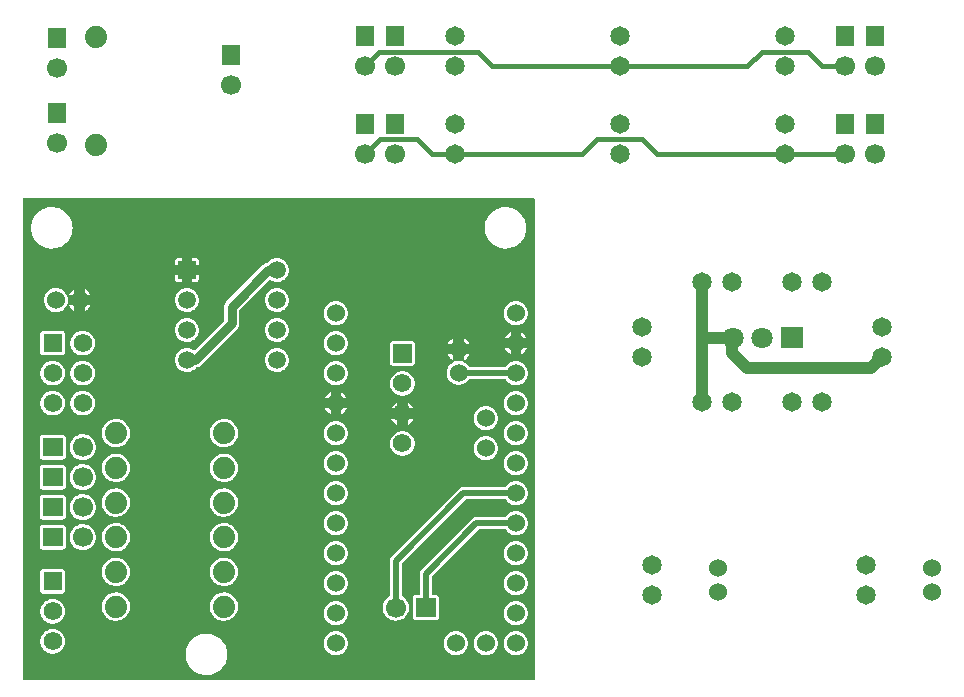
<source format=gbl>
G04 Layer: BottomLayer*
G04 EasyEDA v6.4.25, 2021-12-23T21:53:31+01:00*
G04 8dbf8c46b5b441d7b08fc360c6495019,7d3f4a13764643a7838717c5c1d40531,10*
G04 Gerber Generator version 0.2*
G04 Scale: 100 percent, Rotated: No, Reflected: No *
G04 Dimensions in inches *
G04 leading zeros omitted , absolute positions ,3 integer and 6 decimal *
%FSLAX36Y36*%
%MOIN*%

%ADD11C,0.0150*%
%ADD12C,0.0300*%
%ADD13C,0.0200*%
%ADD15C,0.0400*%
%ADD16C,0.0240*%
%ADD24C,0.0740*%
%ADD25C,0.0600*%
%ADD26C,0.0650*%
%ADD28C,0.0669*%
%ADD29R,0.0620X0.0669*%
%ADD30C,0.0620*%
%ADD31R,0.0620X0.0620*%
%ADD32R,0.0591X0.0591*%
%ADD33C,0.0591*%
%ADD35C,0.0709*%

%LPD*%
G36*
X14200Y10200D02*
G01*
X12660Y10500D01*
X11379Y11379D01*
X10500Y12660D01*
X10200Y14200D01*
X10200Y1614740D01*
X10500Y1616279D01*
X11379Y1617580D01*
X12660Y1618440D01*
X14200Y1618740D01*
X1711620Y1618740D01*
X1713160Y1618440D01*
X1714460Y1617580D01*
X1715320Y1616279D01*
X1715620Y1614740D01*
X1715620Y14200D01*
X1715320Y12660D01*
X1714460Y11379D01*
X1713160Y10500D01*
X1711620Y10200D01*
G37*

%LPC*%
G36*
X623660Y27639D02*
G01*
X630780Y28200D01*
X637780Y29480D01*
X644640Y31460D01*
X651240Y34160D01*
X657520Y37500D01*
X663439Y41480D01*
X668920Y46040D01*
X673900Y51160D01*
X678319Y56740D01*
X682140Y62760D01*
X685340Y69140D01*
X687840Y75820D01*
X689659Y82700D01*
X690759Y89740D01*
X691120Y96860D01*
X690759Y104000D01*
X689659Y111039D01*
X687840Y117920D01*
X685340Y124600D01*
X682140Y130980D01*
X678319Y137000D01*
X673900Y142580D01*
X668920Y147700D01*
X663439Y152260D01*
X657520Y156240D01*
X651240Y159580D01*
X644640Y162280D01*
X637780Y164259D01*
X630780Y165539D01*
X623660Y166100D01*
X616540Y165920D01*
X609460Y165000D01*
X602520Y163359D01*
X595800Y161020D01*
X589340Y158000D01*
X583220Y154320D01*
X577520Y150040D01*
X572280Y145200D01*
X567580Y139840D01*
X563440Y134040D01*
X559940Y127840D01*
X557080Y121300D01*
X554920Y114500D01*
X553460Y107520D01*
X552720Y100440D01*
X552720Y93300D01*
X553460Y86220D01*
X554920Y79240D01*
X557080Y72440D01*
X559940Y65900D01*
X563440Y59700D01*
X567580Y53900D01*
X572280Y48540D01*
X577520Y43700D01*
X583220Y39420D01*
X589340Y35740D01*
X595800Y32719D01*
X602520Y30379D01*
X609460Y28740D01*
X616540Y27820D01*
G37*
G36*
X1651780Y94220D02*
G01*
X1657140Y94400D01*
X1662440Y95280D01*
X1667560Y96880D01*
X1672440Y99140D01*
X1676960Y102020D01*
X1681060Y105480D01*
X1684660Y109480D01*
X1687700Y113900D01*
X1690120Y118680D01*
X1691879Y123760D01*
X1692960Y129019D01*
X1693320Y134380D01*
X1692960Y139740D01*
X1691879Y145000D01*
X1690120Y150080D01*
X1687700Y154860D01*
X1684660Y159280D01*
X1681060Y163280D01*
X1676960Y166740D01*
X1672440Y169620D01*
X1667560Y171880D01*
X1662440Y173480D01*
X1657140Y174360D01*
X1651780Y174540D01*
X1646440Y174020D01*
X1641220Y172760D01*
X1636200Y170840D01*
X1631500Y168260D01*
X1627180Y165080D01*
X1623320Y161340D01*
X1619980Y157120D01*
X1617240Y152500D01*
X1615160Y147560D01*
X1613740Y142380D01*
X1613020Y137060D01*
X1613020Y131700D01*
X1613740Y126380D01*
X1615160Y121199D01*
X1617240Y116260D01*
X1619980Y111640D01*
X1623320Y107420D01*
X1627180Y103680D01*
X1631500Y100500D01*
X1636200Y97920D01*
X1641220Y96000D01*
X1646440Y94740D01*
G37*
G36*
X1451780Y94220D02*
G01*
X1457140Y94400D01*
X1462440Y95280D01*
X1467560Y96880D01*
X1472440Y99140D01*
X1476960Y102020D01*
X1481060Y105480D01*
X1484660Y109480D01*
X1487700Y113900D01*
X1490120Y118680D01*
X1491879Y123760D01*
X1492960Y129019D01*
X1493320Y134380D01*
X1492960Y139740D01*
X1491879Y145000D01*
X1490120Y150080D01*
X1487700Y154860D01*
X1484660Y159280D01*
X1481060Y163280D01*
X1476960Y166740D01*
X1472440Y169620D01*
X1467560Y171880D01*
X1462440Y173480D01*
X1457140Y174360D01*
X1451780Y174540D01*
X1446440Y174020D01*
X1441220Y172760D01*
X1436200Y170840D01*
X1431500Y168260D01*
X1427180Y165080D01*
X1423320Y161340D01*
X1419980Y157120D01*
X1417240Y152500D01*
X1415160Y147560D01*
X1413740Y142380D01*
X1413020Y137060D01*
X1413020Y131700D01*
X1413740Y126380D01*
X1415160Y121199D01*
X1417240Y116260D01*
X1419980Y111640D01*
X1423320Y107420D01*
X1427180Y103680D01*
X1431500Y100500D01*
X1436200Y97920D01*
X1441220Y96000D01*
X1446440Y94740D01*
G37*
G36*
X1551780Y94220D02*
G01*
X1557140Y94400D01*
X1562440Y95280D01*
X1567560Y96880D01*
X1572440Y99140D01*
X1576960Y102020D01*
X1581060Y105480D01*
X1584660Y109480D01*
X1587700Y113900D01*
X1590120Y118680D01*
X1591879Y123760D01*
X1592960Y129019D01*
X1593320Y134380D01*
X1592960Y139740D01*
X1591879Y145000D01*
X1590120Y150080D01*
X1587700Y154860D01*
X1584660Y159280D01*
X1581060Y163280D01*
X1576960Y166740D01*
X1572440Y169620D01*
X1567560Y171880D01*
X1562440Y173480D01*
X1557140Y174360D01*
X1551780Y174540D01*
X1546440Y174020D01*
X1541220Y172760D01*
X1536200Y170840D01*
X1531500Y168260D01*
X1527180Y165080D01*
X1523320Y161340D01*
X1519980Y157120D01*
X1517240Y152500D01*
X1515160Y147560D01*
X1513740Y142380D01*
X1513020Y137060D01*
X1513020Y131700D01*
X1513740Y126380D01*
X1515160Y121199D01*
X1517240Y116260D01*
X1519980Y111640D01*
X1523320Y107420D01*
X1527180Y103680D01*
X1531500Y100500D01*
X1536200Y97920D01*
X1541220Y96000D01*
X1546440Y94740D01*
G37*
G36*
X1051780Y94220D02*
G01*
X1057140Y94400D01*
X1062440Y95280D01*
X1067560Y96880D01*
X1072440Y99140D01*
X1076960Y102020D01*
X1081060Y105480D01*
X1084660Y109480D01*
X1087700Y113900D01*
X1090120Y118680D01*
X1091880Y123760D01*
X1092960Y129019D01*
X1093320Y134380D01*
X1092960Y139740D01*
X1091880Y145000D01*
X1090120Y150080D01*
X1087700Y154860D01*
X1084660Y159280D01*
X1081060Y163280D01*
X1076960Y166740D01*
X1072440Y169620D01*
X1067560Y171880D01*
X1062440Y173480D01*
X1057140Y174360D01*
X1051780Y174540D01*
X1046440Y174020D01*
X1041220Y172760D01*
X1036200Y170840D01*
X1031500Y168260D01*
X1027180Y165080D01*
X1023319Y161340D01*
X1019980Y157120D01*
X1017240Y152500D01*
X1015160Y147560D01*
X1013740Y142380D01*
X1013020Y137060D01*
X1013020Y131700D01*
X1013740Y126380D01*
X1015160Y121199D01*
X1017240Y116260D01*
X1019980Y111640D01*
X1023319Y107420D01*
X1027180Y103680D01*
X1031500Y100500D01*
X1036200Y97920D01*
X1041220Y96000D01*
X1046440Y94740D01*
G37*
G36*
X109380Y99440D02*
G01*
X114760Y99780D01*
X120040Y100840D01*
X125140Y102560D01*
X129980Y104960D01*
X134460Y107940D01*
X138500Y111500D01*
X142060Y115540D01*
X145040Y120020D01*
X147440Y124860D01*
X149160Y129960D01*
X150220Y135240D01*
X150560Y140620D01*
X150220Y146000D01*
X149160Y151280D01*
X147440Y156380D01*
X145040Y161220D01*
X142060Y165700D01*
X138500Y169760D01*
X134460Y173299D01*
X129980Y176300D01*
X125140Y178680D01*
X120040Y180420D01*
X114760Y181460D01*
X109380Y181820D01*
X104000Y181460D01*
X98720Y180420D01*
X93620Y178680D01*
X88780Y176300D01*
X84300Y173299D01*
X80239Y169760D01*
X76700Y165700D01*
X73700Y161220D01*
X71320Y156380D01*
X69580Y151280D01*
X68540Y146000D01*
X68180Y140620D01*
X68540Y135240D01*
X69580Y129960D01*
X71320Y124860D01*
X73700Y120020D01*
X76700Y115540D01*
X80239Y111500D01*
X84300Y107940D01*
X88780Y104960D01*
X93620Y102560D01*
X98720Y100840D01*
X104000Y99780D01*
G37*
G36*
X1651780Y194220D02*
G01*
X1657140Y194400D01*
X1662440Y195280D01*
X1667560Y196880D01*
X1672440Y199140D01*
X1676960Y202020D01*
X1681060Y205479D01*
X1684660Y209480D01*
X1687700Y213900D01*
X1690120Y218680D01*
X1691879Y223760D01*
X1692960Y229020D01*
X1693320Y234380D01*
X1692960Y239740D01*
X1691879Y245000D01*
X1690120Y250080D01*
X1687700Y254860D01*
X1684660Y259280D01*
X1681060Y263280D01*
X1676960Y266740D01*
X1672440Y269620D01*
X1667560Y271880D01*
X1662440Y273480D01*
X1657140Y274360D01*
X1651780Y274540D01*
X1646440Y274020D01*
X1641220Y272760D01*
X1636200Y270840D01*
X1631500Y268260D01*
X1627180Y265080D01*
X1623320Y261340D01*
X1619980Y257120D01*
X1617240Y252500D01*
X1615160Y247560D01*
X1613740Y242380D01*
X1613020Y237060D01*
X1613020Y231700D01*
X1613740Y226380D01*
X1615160Y221200D01*
X1617240Y216260D01*
X1619980Y211640D01*
X1623320Y207420D01*
X1627180Y203680D01*
X1631500Y200500D01*
X1636200Y197920D01*
X1641220Y196000D01*
X1646440Y194740D01*
G37*
G36*
X1051780Y194220D02*
G01*
X1057140Y194400D01*
X1062440Y195280D01*
X1067560Y196880D01*
X1072440Y199140D01*
X1076960Y202020D01*
X1081060Y205479D01*
X1084660Y209480D01*
X1087700Y213900D01*
X1090120Y218680D01*
X1091880Y223760D01*
X1092960Y229020D01*
X1093320Y234380D01*
X1092960Y239740D01*
X1091880Y245000D01*
X1090120Y250080D01*
X1087700Y254860D01*
X1084660Y259280D01*
X1081060Y263280D01*
X1076960Y266740D01*
X1072440Y269620D01*
X1067560Y271880D01*
X1062440Y273480D01*
X1057140Y274360D01*
X1051780Y274540D01*
X1046440Y274020D01*
X1041220Y272760D01*
X1036200Y270840D01*
X1031500Y268260D01*
X1027180Y265080D01*
X1023319Y261340D01*
X1019980Y257120D01*
X1017240Y252500D01*
X1015160Y247560D01*
X1013740Y242380D01*
X1013020Y237060D01*
X1013020Y231700D01*
X1013740Y226380D01*
X1015160Y221200D01*
X1017240Y216260D01*
X1019980Y211640D01*
X1023319Y207420D01*
X1027180Y203680D01*
X1031500Y200500D01*
X1036200Y197920D01*
X1041220Y196000D01*
X1046440Y194740D01*
G37*
G36*
X109380Y199440D02*
G01*
X114760Y199780D01*
X120040Y200840D01*
X125140Y202560D01*
X129980Y204960D01*
X134460Y207940D01*
X138500Y211500D01*
X142060Y215539D01*
X145040Y220020D01*
X147440Y224860D01*
X149160Y229960D01*
X150220Y235240D01*
X150560Y240620D01*
X150220Y246000D01*
X149160Y251280D01*
X147440Y256380D01*
X145040Y261220D01*
X142060Y265700D01*
X138500Y269760D01*
X134460Y273300D01*
X129980Y276300D01*
X125140Y278680D01*
X120040Y280420D01*
X114760Y281460D01*
X109380Y281820D01*
X104000Y281460D01*
X98720Y280420D01*
X93620Y278680D01*
X88780Y276300D01*
X84300Y273300D01*
X80239Y269760D01*
X76700Y265700D01*
X73700Y261220D01*
X71320Y256380D01*
X69580Y251280D01*
X68540Y246000D01*
X68180Y240620D01*
X68540Y235240D01*
X69580Y229960D01*
X71320Y224860D01*
X73700Y220020D01*
X76700Y215539D01*
X80239Y211500D01*
X84300Y207940D01*
X88780Y204960D01*
X93620Y202560D01*
X98720Y200840D01*
X104000Y199780D01*
G37*
G36*
X318540Y209020D02*
G01*
X324360Y209200D01*
X330100Y210100D01*
X335680Y211700D01*
X341040Y213960D01*
X346060Y216860D01*
X350700Y220360D01*
X354880Y224400D01*
X358519Y228939D01*
X361580Y233880D01*
X364000Y239160D01*
X365760Y244680D01*
X366840Y250400D01*
X367200Y256200D01*
X366840Y262000D01*
X365760Y267720D01*
X364000Y273240D01*
X361580Y278520D01*
X358519Y283460D01*
X354880Y288000D01*
X350700Y292040D01*
X346060Y295540D01*
X341040Y298440D01*
X335680Y300700D01*
X330100Y302300D01*
X324360Y303200D01*
X318540Y303360D01*
X312760Y302840D01*
X307080Y301600D01*
X301600Y299660D01*
X296400Y297060D01*
X291560Y293860D01*
X287140Y290080D01*
X283240Y285780D01*
X279880Y281040D01*
X277120Y275920D01*
X275020Y270500D01*
X273620Y264880D01*
X272900Y259100D01*
X272900Y253299D01*
X273620Y247520D01*
X275020Y241900D01*
X277120Y236480D01*
X279880Y231360D01*
X283240Y226620D01*
X287140Y222320D01*
X291560Y218540D01*
X296400Y215340D01*
X301600Y212740D01*
X307080Y210799D01*
X312760Y209560D01*
G37*
G36*
X678540Y209020D02*
G01*
X684360Y209200D01*
X690100Y210100D01*
X695680Y211700D01*
X701040Y213960D01*
X706060Y216860D01*
X710699Y220360D01*
X714880Y224400D01*
X718520Y228939D01*
X721580Y233880D01*
X724000Y239160D01*
X725759Y244680D01*
X726840Y250400D01*
X727200Y256200D01*
X726840Y262000D01*
X725759Y267720D01*
X724000Y273240D01*
X721580Y278520D01*
X718520Y283460D01*
X714880Y288000D01*
X710699Y292040D01*
X706060Y295540D01*
X701040Y298440D01*
X695680Y300700D01*
X690100Y302300D01*
X684360Y303200D01*
X678540Y303360D01*
X672760Y302840D01*
X667080Y301600D01*
X661600Y299660D01*
X656400Y297060D01*
X651560Y293860D01*
X647140Y290080D01*
X643240Y285780D01*
X639880Y281040D01*
X637120Y275920D01*
X635020Y270500D01*
X633620Y264880D01*
X632900Y259100D01*
X632900Y253299D01*
X633620Y247520D01*
X635020Y241900D01*
X637120Y236480D01*
X639880Y231360D01*
X643240Y226620D01*
X647140Y222320D01*
X651560Y218540D01*
X656400Y215340D01*
X661600Y212740D01*
X667080Y210799D01*
X672760Y209560D01*
G37*
G36*
X1254520Y209500D02*
G01*
X1260080Y210040D01*
X1265540Y211280D01*
X1270800Y213220D01*
X1275760Y215799D01*
X1280340Y219000D01*
X1284480Y222760D01*
X1288100Y227020D01*
X1291160Y231700D01*
X1293580Y236740D01*
X1295340Y242060D01*
X1296420Y247540D01*
X1296780Y253120D01*
X1296420Y258720D01*
X1295340Y264200D01*
X1293580Y269520D01*
X1291160Y274560D01*
X1288100Y279240D01*
X1284480Y283500D01*
X1280340Y287260D01*
X1274340Y291500D01*
X1273580Y292740D01*
X1273320Y294160D01*
X1273320Y399300D01*
X1273620Y400840D01*
X1274500Y402140D01*
X1485320Y612960D01*
X1486620Y613820D01*
X1488140Y614140D01*
X1616220Y614140D01*
X1617580Y613900D01*
X1618779Y613220D01*
X1623320Y607420D01*
X1627180Y603680D01*
X1631500Y600500D01*
X1636200Y597920D01*
X1641220Y596000D01*
X1646440Y594740D01*
X1651780Y594220D01*
X1657140Y594400D01*
X1662440Y595280D01*
X1667560Y596880D01*
X1672440Y599140D01*
X1676960Y602020D01*
X1681060Y605480D01*
X1684660Y609480D01*
X1687700Y613900D01*
X1690120Y618680D01*
X1691879Y623760D01*
X1692960Y629020D01*
X1693320Y634380D01*
X1692960Y639740D01*
X1691879Y645000D01*
X1690120Y650080D01*
X1687700Y654860D01*
X1684660Y659280D01*
X1681060Y663280D01*
X1676960Y666740D01*
X1672440Y669620D01*
X1667560Y671880D01*
X1662440Y673480D01*
X1657140Y674360D01*
X1651780Y674539D01*
X1646440Y674020D01*
X1641220Y672760D01*
X1636200Y670840D01*
X1631500Y668259D01*
X1627180Y665080D01*
X1623320Y661340D01*
X1618720Y655440D01*
X1617520Y654760D01*
X1616160Y654539D01*
X1478200Y654539D01*
X1476360Y654460D01*
X1474620Y654220D01*
X1472900Y653840D01*
X1471220Y653300D01*
X1469580Y652640D01*
X1468020Y651820D01*
X1466540Y650879D01*
X1465140Y649800D01*
X1463779Y648560D01*
X1238900Y423680D01*
X1237640Y422320D01*
X1236580Y420920D01*
X1235620Y419420D01*
X1234820Y417860D01*
X1234140Y416240D01*
X1233620Y414560D01*
X1233240Y412840D01*
X1233000Y411100D01*
X1232920Y409240D01*
X1232920Y294080D01*
X1232680Y292740D01*
X1232020Y291560D01*
X1231000Y290660D01*
X1228140Y288940D01*
X1223760Y285440D01*
X1219880Y281420D01*
X1216540Y276940D01*
X1213780Y272080D01*
X1211680Y266880D01*
X1210260Y261480D01*
X1209560Y255920D01*
X1209560Y250340D01*
X1210260Y244780D01*
X1211680Y239380D01*
X1213780Y234180D01*
X1216540Y229320D01*
X1219880Y224840D01*
X1223760Y220820D01*
X1228140Y217320D01*
X1232920Y214420D01*
X1238040Y212160D01*
X1243400Y210560D01*
X1248920Y209680D01*
G37*
G36*
X1319880Y211920D02*
G01*
X1386360Y211920D01*
X1388839Y212220D01*
X1391000Y212960D01*
X1392920Y214180D01*
X1394540Y215780D01*
X1395760Y217719D01*
X1396500Y219860D01*
X1396780Y222360D01*
X1396780Y283900D01*
X1396500Y286400D01*
X1395760Y288540D01*
X1394540Y290480D01*
X1392920Y292080D01*
X1391000Y293300D01*
X1388839Y294040D01*
X1386360Y294320D01*
X1377320Y294320D01*
X1375780Y294640D01*
X1374500Y295500D01*
X1373620Y296800D01*
X1373320Y298320D01*
X1373320Y355600D01*
X1373620Y357140D01*
X1374500Y358440D01*
X1529060Y513000D01*
X1530360Y513880D01*
X1531900Y514180D01*
X1616200Y514180D01*
X1617560Y513940D01*
X1618740Y513260D01*
X1623320Y507420D01*
X1627180Y503680D01*
X1631500Y500500D01*
X1636200Y497920D01*
X1641220Y496000D01*
X1646440Y494739D01*
X1651780Y494219D01*
X1657140Y494400D01*
X1662440Y495280D01*
X1667560Y496880D01*
X1672440Y499140D01*
X1676960Y502020D01*
X1681060Y505480D01*
X1684660Y509480D01*
X1687700Y513900D01*
X1690120Y518680D01*
X1691879Y523760D01*
X1692960Y529020D01*
X1693320Y534380D01*
X1692960Y539740D01*
X1691879Y545000D01*
X1690120Y550080D01*
X1687700Y554860D01*
X1684660Y559280D01*
X1681060Y563280D01*
X1676960Y566740D01*
X1672440Y569620D01*
X1667560Y571880D01*
X1662440Y573480D01*
X1657140Y574360D01*
X1651780Y574540D01*
X1646440Y574020D01*
X1641220Y572760D01*
X1636200Y570840D01*
X1631500Y568260D01*
X1627180Y565080D01*
X1623320Y561340D01*
X1618740Y555500D01*
X1617560Y554820D01*
X1616200Y554580D01*
X1521960Y554580D01*
X1520100Y554500D01*
X1518360Y554260D01*
X1516639Y553880D01*
X1514960Y553360D01*
X1513340Y552680D01*
X1511780Y551880D01*
X1510280Y550920D01*
X1508880Y549860D01*
X1507520Y548600D01*
X1338899Y379980D01*
X1337640Y378620D01*
X1336579Y377220D01*
X1335620Y375720D01*
X1334820Y374159D01*
X1334139Y372540D01*
X1333620Y370860D01*
X1333240Y369140D01*
X1333000Y367400D01*
X1332920Y365540D01*
X1332920Y298320D01*
X1332620Y296800D01*
X1331740Y295500D01*
X1330460Y294640D01*
X1328920Y294320D01*
X1319880Y294320D01*
X1317400Y294040D01*
X1315240Y293300D01*
X1313320Y292080D01*
X1311699Y290480D01*
X1310480Y288540D01*
X1309740Y286400D01*
X1309460Y283900D01*
X1309460Y222360D01*
X1309740Y219860D01*
X1310480Y217719D01*
X1311699Y215780D01*
X1313320Y214180D01*
X1315240Y212960D01*
X1317400Y212220D01*
G37*
G36*
X1651780Y294220D02*
G01*
X1657140Y294400D01*
X1662440Y295280D01*
X1667560Y296880D01*
X1672440Y299140D01*
X1676960Y302020D01*
X1681060Y305480D01*
X1684660Y309480D01*
X1687700Y313900D01*
X1690120Y318680D01*
X1691879Y323760D01*
X1692960Y329020D01*
X1693320Y334380D01*
X1692960Y339739D01*
X1691879Y345000D01*
X1690120Y350080D01*
X1687700Y354860D01*
X1684660Y359280D01*
X1681060Y363280D01*
X1676960Y366740D01*
X1672440Y369620D01*
X1667560Y371880D01*
X1662440Y373480D01*
X1657140Y374360D01*
X1651780Y374540D01*
X1646440Y374020D01*
X1641220Y372760D01*
X1636200Y370840D01*
X1631500Y368260D01*
X1627180Y365080D01*
X1623320Y361340D01*
X1619980Y357120D01*
X1617240Y352500D01*
X1615160Y347560D01*
X1613740Y342380D01*
X1613020Y337060D01*
X1613020Y331700D01*
X1613740Y326380D01*
X1615160Y321200D01*
X1617240Y316260D01*
X1619980Y311640D01*
X1623320Y307420D01*
X1627180Y303680D01*
X1631500Y300500D01*
X1636200Y297920D01*
X1641220Y296000D01*
X1646440Y294740D01*
G37*
G36*
X1051780Y294220D02*
G01*
X1057140Y294400D01*
X1062440Y295280D01*
X1067560Y296880D01*
X1072440Y299140D01*
X1076960Y302020D01*
X1081060Y305480D01*
X1084660Y309480D01*
X1087700Y313900D01*
X1090120Y318680D01*
X1091880Y323760D01*
X1092960Y329020D01*
X1093320Y334380D01*
X1092960Y339739D01*
X1091880Y345000D01*
X1090120Y350080D01*
X1087700Y354860D01*
X1084660Y359280D01*
X1081060Y363280D01*
X1076960Y366740D01*
X1072440Y369620D01*
X1067560Y371880D01*
X1062440Y373480D01*
X1057140Y374360D01*
X1051780Y374540D01*
X1046440Y374020D01*
X1041220Y372760D01*
X1036200Y370840D01*
X1031500Y368260D01*
X1027180Y365080D01*
X1023319Y361340D01*
X1019980Y357120D01*
X1017240Y352500D01*
X1015160Y347560D01*
X1013740Y342380D01*
X1013020Y337060D01*
X1013020Y331700D01*
X1013740Y326380D01*
X1015160Y321200D01*
X1017240Y316260D01*
X1019980Y311640D01*
X1023319Y307420D01*
X1027180Y303680D01*
X1031500Y300500D01*
X1036200Y297920D01*
X1041220Y296000D01*
X1046440Y294740D01*
G37*
G36*
X78600Y299420D02*
G01*
X140160Y299420D01*
X142640Y299700D01*
X144780Y300460D01*
X146720Y301680D01*
X148320Y303280D01*
X149540Y305220D01*
X150300Y307360D01*
X150580Y309840D01*
X150580Y371400D01*
X150300Y373880D01*
X149540Y376040D01*
X148320Y377960D01*
X146720Y379580D01*
X144780Y380800D01*
X142640Y381540D01*
X140160Y381820D01*
X78600Y381820D01*
X76120Y381540D01*
X73960Y380800D01*
X72040Y379580D01*
X70420Y377960D01*
X69200Y376040D01*
X68460Y373880D01*
X68180Y371400D01*
X68180Y309840D01*
X68460Y307360D01*
X69200Y305220D01*
X70420Y303280D01*
X72040Y301680D01*
X73960Y300460D01*
X76120Y299700D01*
G37*
G36*
X318540Y324720D02*
G01*
X324360Y324900D01*
X330100Y325800D01*
X335680Y327400D01*
X341040Y329660D01*
X346060Y332560D01*
X350700Y336060D01*
X354880Y340100D01*
X358519Y344640D01*
X361580Y349580D01*
X364000Y354860D01*
X365760Y360379D01*
X366840Y366100D01*
X367200Y371900D01*
X366840Y377700D01*
X365760Y383420D01*
X364000Y388940D01*
X361580Y394219D01*
X358519Y399159D01*
X354880Y403700D01*
X350700Y407740D01*
X346060Y411240D01*
X341040Y414140D01*
X335680Y416400D01*
X330100Y418000D01*
X324360Y418900D01*
X318540Y419060D01*
X312760Y418540D01*
X307080Y417299D01*
X301600Y415360D01*
X296400Y412760D01*
X291560Y409560D01*
X287140Y405780D01*
X283240Y401480D01*
X279880Y396740D01*
X277120Y391620D01*
X275020Y386200D01*
X273620Y380580D01*
X272900Y374799D01*
X272900Y369000D01*
X273620Y363220D01*
X275020Y357600D01*
X277120Y352180D01*
X279880Y347060D01*
X283240Y342320D01*
X287140Y338020D01*
X291560Y334240D01*
X296400Y331040D01*
X301600Y328440D01*
X307080Y326500D01*
X312760Y325260D01*
G37*
G36*
X678540Y324720D02*
G01*
X684360Y324900D01*
X690100Y325800D01*
X695680Y327400D01*
X701040Y329660D01*
X706060Y332560D01*
X710699Y336060D01*
X714880Y340100D01*
X718520Y344640D01*
X721580Y349580D01*
X724000Y354860D01*
X725759Y360379D01*
X726840Y366100D01*
X727200Y371900D01*
X726840Y377700D01*
X725759Y383420D01*
X724000Y388940D01*
X721580Y394219D01*
X718520Y399159D01*
X714880Y403700D01*
X710699Y407740D01*
X706060Y411240D01*
X701040Y414140D01*
X695680Y416400D01*
X690100Y418000D01*
X684360Y418900D01*
X678540Y419060D01*
X672760Y418540D01*
X667080Y417299D01*
X661600Y415360D01*
X656400Y412760D01*
X651560Y409560D01*
X647140Y405780D01*
X643240Y401480D01*
X639880Y396740D01*
X637120Y391620D01*
X635020Y386200D01*
X633620Y380580D01*
X632900Y374799D01*
X632900Y369000D01*
X633620Y363220D01*
X635020Y357600D01*
X637120Y352180D01*
X639880Y347060D01*
X643240Y342320D01*
X647140Y338020D01*
X651560Y334240D01*
X656400Y331040D01*
X661600Y328440D01*
X667080Y326500D01*
X672760Y325260D01*
G37*
G36*
X1651780Y394219D02*
G01*
X1657140Y394400D01*
X1662440Y395280D01*
X1667560Y396880D01*
X1672440Y399140D01*
X1676960Y402020D01*
X1681060Y405480D01*
X1684660Y409480D01*
X1687700Y413900D01*
X1690120Y418680D01*
X1691879Y423760D01*
X1692960Y429020D01*
X1693320Y434380D01*
X1692960Y439739D01*
X1691879Y445000D01*
X1690120Y450080D01*
X1687700Y454860D01*
X1684660Y459280D01*
X1681060Y463280D01*
X1676960Y466740D01*
X1672440Y469620D01*
X1667560Y471880D01*
X1662440Y473480D01*
X1657140Y474360D01*
X1651780Y474540D01*
X1646440Y474020D01*
X1641220Y472760D01*
X1636200Y470840D01*
X1631500Y468260D01*
X1627180Y465080D01*
X1623320Y461340D01*
X1619980Y457120D01*
X1617240Y452500D01*
X1615160Y447560D01*
X1613740Y442380D01*
X1613020Y437060D01*
X1613020Y431700D01*
X1613740Y426380D01*
X1615160Y421200D01*
X1617240Y416260D01*
X1619980Y411640D01*
X1623320Y407420D01*
X1627180Y403680D01*
X1631500Y400500D01*
X1636200Y397920D01*
X1641220Y396000D01*
X1646440Y394739D01*
G37*
G36*
X1051780Y394219D02*
G01*
X1057140Y394400D01*
X1062440Y395280D01*
X1067560Y396880D01*
X1072440Y399140D01*
X1076960Y402020D01*
X1081060Y405480D01*
X1084660Y409480D01*
X1087700Y413900D01*
X1090120Y418680D01*
X1091880Y423760D01*
X1092960Y429020D01*
X1093320Y434380D01*
X1092960Y439739D01*
X1091880Y445000D01*
X1090120Y450080D01*
X1087700Y454860D01*
X1084660Y459280D01*
X1081060Y463280D01*
X1076960Y466740D01*
X1072440Y469620D01*
X1067560Y471880D01*
X1062440Y473480D01*
X1057140Y474360D01*
X1051780Y474540D01*
X1046440Y474020D01*
X1041220Y472760D01*
X1036200Y470840D01*
X1031500Y468260D01*
X1027180Y465080D01*
X1023319Y461340D01*
X1019980Y457120D01*
X1017240Y452500D01*
X1015160Y447560D01*
X1013740Y442380D01*
X1013020Y437060D01*
X1013020Y431700D01*
X1013740Y426380D01*
X1015160Y421200D01*
X1017240Y416260D01*
X1019980Y411640D01*
X1023319Y407420D01*
X1027180Y403680D01*
X1031500Y400500D01*
X1036200Y397920D01*
X1041220Y396000D01*
X1046440Y394739D01*
G37*
G36*
X678540Y440319D02*
G01*
X684360Y440500D01*
X690100Y441400D01*
X695680Y443000D01*
X701040Y445260D01*
X706060Y448160D01*
X710699Y451659D01*
X714880Y455700D01*
X718520Y460240D01*
X721580Y465180D01*
X724000Y470460D01*
X725759Y475980D01*
X726840Y481700D01*
X727200Y487500D01*
X726840Y493300D01*
X725759Y499020D01*
X724000Y504540D01*
X721580Y509820D01*
X718520Y514760D01*
X714880Y519300D01*
X710699Y523340D01*
X706060Y526840D01*
X701040Y529740D01*
X695680Y532000D01*
X690100Y533600D01*
X684360Y534500D01*
X678540Y534660D01*
X672760Y534140D01*
X667080Y532900D01*
X661600Y530960D01*
X656400Y528360D01*
X651560Y525160D01*
X647140Y521380D01*
X643240Y517080D01*
X639880Y512340D01*
X637120Y507220D01*
X635020Y501800D01*
X633620Y496180D01*
X632900Y490400D01*
X632900Y484600D01*
X633620Y478820D01*
X635020Y473200D01*
X637120Y467780D01*
X639880Y462660D01*
X643240Y457920D01*
X647140Y453620D01*
X651560Y449840D01*
X656400Y446640D01*
X661600Y444040D01*
X667080Y442100D01*
X672760Y440860D01*
G37*
G36*
X318540Y440319D02*
G01*
X324360Y440500D01*
X330100Y441400D01*
X335680Y443000D01*
X341040Y445260D01*
X346060Y448160D01*
X350700Y451659D01*
X354880Y455700D01*
X358519Y460240D01*
X361580Y465180D01*
X364000Y470460D01*
X365760Y475980D01*
X366840Y481700D01*
X367200Y487500D01*
X366840Y493300D01*
X365760Y499020D01*
X364000Y504540D01*
X361580Y509820D01*
X358519Y514760D01*
X354880Y519300D01*
X350700Y523340D01*
X346060Y526840D01*
X341040Y529740D01*
X335680Y532000D01*
X330100Y533600D01*
X324360Y534500D01*
X318540Y534660D01*
X312760Y534140D01*
X307080Y532900D01*
X301600Y530960D01*
X296400Y528360D01*
X291560Y525160D01*
X287140Y521380D01*
X283240Y517080D01*
X279880Y512340D01*
X277120Y507220D01*
X275020Y501800D01*
X273620Y496180D01*
X272900Y490400D01*
X272900Y484600D01*
X273620Y478820D01*
X275020Y473200D01*
X277120Y467780D01*
X279880Y462660D01*
X283240Y457920D01*
X287140Y453620D01*
X291560Y449840D01*
X296400Y446640D01*
X301600Y444040D01*
X307080Y442100D01*
X312760Y440860D01*
G37*
G36*
X210780Y443860D02*
G01*
X216340Y444400D01*
X221800Y445640D01*
X227040Y447580D01*
X232000Y450160D01*
X236600Y453360D01*
X240740Y457120D01*
X244360Y461380D01*
X247420Y466079D01*
X249840Y471120D01*
X251600Y476420D01*
X252680Y481920D01*
X253039Y487500D01*
X252680Y493080D01*
X251600Y498579D01*
X249840Y503880D01*
X247420Y508920D01*
X244360Y513620D01*
X240740Y517879D01*
X236600Y521640D01*
X232000Y524840D01*
X227040Y527420D01*
X221800Y529360D01*
X216340Y530600D01*
X210780Y531140D01*
X205180Y530960D01*
X199660Y530060D01*
X194300Y528460D01*
X189180Y526200D01*
X184400Y523300D01*
X180020Y519820D01*
X176140Y515800D01*
X172780Y511320D01*
X170040Y506440D01*
X167940Y501260D01*
X166520Y495840D01*
X165799Y490300D01*
X165799Y484700D01*
X166520Y479159D01*
X167940Y473740D01*
X170040Y468560D01*
X172780Y463680D01*
X176140Y459200D01*
X180020Y455180D01*
X184400Y451700D01*
X189180Y448800D01*
X194300Y446520D01*
X199660Y444940D01*
X205180Y444040D01*
G37*
G36*
X76140Y446300D02*
G01*
X142620Y446300D01*
X145100Y446580D01*
X147260Y447340D01*
X149180Y448540D01*
X150800Y450160D01*
X152000Y452080D01*
X152760Y454240D01*
X153040Y456719D01*
X153040Y518280D01*
X152760Y520760D01*
X152000Y522920D01*
X150800Y524840D01*
X149180Y526460D01*
X147260Y527660D01*
X145100Y528420D01*
X142620Y528700D01*
X76140Y528700D01*
X73640Y528420D01*
X71500Y527660D01*
X69560Y526460D01*
X67960Y524840D01*
X66740Y522920D01*
X66000Y520760D01*
X65720Y518280D01*
X65720Y456719D01*
X66000Y454240D01*
X66740Y452080D01*
X67960Y450160D01*
X69560Y448540D01*
X71500Y447340D01*
X73640Y446580D01*
G37*
G36*
X1051780Y494219D02*
G01*
X1057140Y494400D01*
X1062440Y495280D01*
X1067560Y496880D01*
X1072440Y499140D01*
X1076960Y502020D01*
X1081060Y505480D01*
X1084660Y509480D01*
X1087700Y513900D01*
X1090120Y518680D01*
X1091880Y523760D01*
X1092960Y529020D01*
X1093320Y534380D01*
X1092960Y539740D01*
X1091880Y545000D01*
X1090120Y550080D01*
X1087700Y554860D01*
X1084660Y559280D01*
X1081060Y563280D01*
X1076960Y566740D01*
X1072440Y569620D01*
X1067560Y571880D01*
X1062440Y573480D01*
X1057140Y574360D01*
X1051780Y574540D01*
X1046440Y574020D01*
X1041220Y572760D01*
X1036200Y570840D01*
X1031500Y568260D01*
X1027180Y565080D01*
X1023319Y561340D01*
X1019980Y557120D01*
X1017240Y552500D01*
X1015160Y547560D01*
X1013740Y542380D01*
X1013020Y537060D01*
X1013020Y531700D01*
X1013740Y526380D01*
X1015160Y521200D01*
X1017240Y516260D01*
X1019980Y511640D01*
X1023319Y507420D01*
X1027180Y503680D01*
X1031500Y500500D01*
X1036200Y497920D01*
X1041220Y496000D01*
X1046440Y494739D01*
G37*
G36*
X210780Y543860D02*
G01*
X216340Y544400D01*
X221800Y545640D01*
X227040Y547580D01*
X232000Y550160D01*
X236600Y553360D01*
X240740Y557120D01*
X244360Y561380D01*
X247420Y566080D01*
X249840Y571120D01*
X251600Y576420D01*
X252680Y581920D01*
X253039Y587500D01*
X252680Y593080D01*
X251600Y598580D01*
X249840Y603880D01*
X247420Y608920D01*
X244360Y613620D01*
X240740Y617880D01*
X236600Y621640D01*
X232000Y624840D01*
X227040Y627420D01*
X221800Y629360D01*
X216340Y630600D01*
X210780Y631140D01*
X205180Y630960D01*
X199660Y630060D01*
X194300Y628460D01*
X189180Y626200D01*
X184400Y623300D01*
X180020Y619820D01*
X176140Y615800D01*
X172780Y611320D01*
X170040Y606440D01*
X167940Y601260D01*
X166520Y595840D01*
X165799Y590300D01*
X165799Y584700D01*
X166520Y579160D01*
X167940Y573740D01*
X170040Y568560D01*
X172780Y563680D01*
X176140Y559200D01*
X180020Y555180D01*
X184400Y551700D01*
X189180Y548800D01*
X194300Y546520D01*
X199660Y544940D01*
X205180Y544040D01*
G37*
G36*
X76140Y546300D02*
G01*
X142620Y546300D01*
X145100Y546580D01*
X147260Y547340D01*
X149180Y548540D01*
X150800Y550160D01*
X152000Y552080D01*
X152760Y554240D01*
X153040Y556720D01*
X153040Y618280D01*
X152760Y620760D01*
X152000Y622920D01*
X150800Y624840D01*
X149180Y626460D01*
X147260Y627660D01*
X145100Y628420D01*
X142620Y628700D01*
X76140Y628700D01*
X73640Y628420D01*
X71500Y627660D01*
X69560Y626460D01*
X67960Y624840D01*
X66740Y622920D01*
X66000Y620760D01*
X65720Y618280D01*
X65720Y556720D01*
X66000Y554240D01*
X66740Y552080D01*
X67960Y550160D01*
X69560Y548540D01*
X71500Y547340D01*
X73640Y546580D01*
G37*
G36*
X318540Y555920D02*
G01*
X324360Y556100D01*
X330100Y557000D01*
X335680Y558600D01*
X341040Y560860D01*
X346060Y563760D01*
X350700Y567260D01*
X354880Y571300D01*
X358519Y575840D01*
X361580Y580780D01*
X364000Y586060D01*
X365760Y591580D01*
X366840Y597300D01*
X367200Y603100D01*
X366840Y608900D01*
X365760Y614620D01*
X364000Y620140D01*
X361580Y625420D01*
X358519Y630360D01*
X354880Y634900D01*
X350700Y638940D01*
X346060Y642440D01*
X341040Y645340D01*
X335680Y647600D01*
X330100Y649200D01*
X324360Y650100D01*
X318540Y650260D01*
X312760Y649740D01*
X307080Y648500D01*
X301600Y646560D01*
X296400Y643960D01*
X291560Y640759D01*
X287140Y636980D01*
X283240Y632680D01*
X279880Y627940D01*
X277120Y622820D01*
X275020Y617400D01*
X273620Y611780D01*
X272900Y606000D01*
X272900Y600200D01*
X273620Y594420D01*
X275020Y588800D01*
X277120Y583380D01*
X279880Y578260D01*
X283240Y573520D01*
X287140Y569220D01*
X291560Y565440D01*
X296400Y562240D01*
X301600Y559640D01*
X307080Y557700D01*
X312760Y556460D01*
G37*
G36*
X678540Y555920D02*
G01*
X684360Y556100D01*
X690100Y557000D01*
X695680Y558600D01*
X701040Y560860D01*
X706060Y563760D01*
X710699Y567260D01*
X714880Y571300D01*
X718520Y575840D01*
X721580Y580780D01*
X724000Y586060D01*
X725759Y591580D01*
X726840Y597300D01*
X727200Y603100D01*
X726840Y608900D01*
X725759Y614620D01*
X724000Y620140D01*
X721580Y625420D01*
X718520Y630360D01*
X714880Y634900D01*
X710699Y638940D01*
X706060Y642440D01*
X701040Y645340D01*
X695680Y647600D01*
X690100Y649200D01*
X684360Y650100D01*
X678540Y650260D01*
X672760Y649740D01*
X667080Y648500D01*
X661600Y646560D01*
X656400Y643960D01*
X651560Y640759D01*
X647140Y636980D01*
X643240Y632680D01*
X639880Y627940D01*
X637120Y622820D01*
X635020Y617400D01*
X633620Y611780D01*
X632900Y606000D01*
X632900Y600200D01*
X633620Y594420D01*
X635020Y588800D01*
X637120Y583380D01*
X639880Y578260D01*
X643240Y573520D01*
X647140Y569220D01*
X651560Y565440D01*
X656400Y562240D01*
X661600Y559640D01*
X667080Y557700D01*
X672760Y556460D01*
G37*
G36*
X1051780Y594220D02*
G01*
X1057140Y594400D01*
X1062440Y595280D01*
X1067560Y596880D01*
X1072440Y599140D01*
X1076960Y602020D01*
X1081060Y605480D01*
X1084660Y609480D01*
X1087700Y613900D01*
X1090120Y618680D01*
X1091880Y623760D01*
X1092960Y629020D01*
X1093320Y634380D01*
X1092960Y639740D01*
X1091880Y645000D01*
X1090120Y650080D01*
X1087700Y654860D01*
X1084660Y659280D01*
X1081060Y663280D01*
X1076960Y666740D01*
X1072440Y669620D01*
X1067560Y671880D01*
X1062440Y673480D01*
X1057140Y674360D01*
X1051780Y674539D01*
X1046440Y674020D01*
X1041220Y672760D01*
X1036200Y670840D01*
X1031500Y668259D01*
X1027180Y665080D01*
X1023319Y661340D01*
X1019980Y657120D01*
X1017240Y652500D01*
X1015160Y647560D01*
X1013740Y642380D01*
X1013020Y637060D01*
X1013020Y631700D01*
X1013740Y626380D01*
X1015160Y621200D01*
X1017240Y616260D01*
X1019980Y611640D01*
X1023319Y607420D01*
X1027180Y603680D01*
X1031500Y600500D01*
X1036200Y597920D01*
X1041220Y596000D01*
X1046440Y594740D01*
G37*
G36*
X210780Y643860D02*
G01*
X216340Y644400D01*
X221800Y645639D01*
X227040Y647580D01*
X232000Y650160D01*
X236600Y653360D01*
X240740Y657120D01*
X244360Y661380D01*
X247420Y666080D01*
X249840Y671120D01*
X251600Y676420D01*
X252680Y681919D01*
X253039Y687500D01*
X252680Y693080D01*
X251600Y698580D01*
X249840Y703880D01*
X247420Y708920D01*
X244360Y713620D01*
X240740Y717880D01*
X236600Y721640D01*
X232000Y724840D01*
X227040Y727420D01*
X221800Y729360D01*
X216340Y730600D01*
X210780Y731140D01*
X205180Y730960D01*
X199660Y730060D01*
X194300Y728460D01*
X189180Y726200D01*
X184400Y723300D01*
X180020Y719820D01*
X176140Y715800D01*
X172780Y711320D01*
X170040Y706440D01*
X167940Y701260D01*
X166520Y695840D01*
X165799Y690300D01*
X165799Y684700D01*
X166520Y679160D01*
X167940Y673740D01*
X170040Y668560D01*
X172780Y663680D01*
X176140Y659200D01*
X180020Y655180D01*
X184400Y651700D01*
X189180Y648800D01*
X194300Y646520D01*
X199660Y644940D01*
X205180Y644040D01*
G37*
G36*
X76140Y646300D02*
G01*
X142620Y646300D01*
X145100Y646580D01*
X147260Y647340D01*
X149180Y648540D01*
X150800Y650160D01*
X152000Y652080D01*
X152760Y654240D01*
X153040Y656720D01*
X153040Y718280D01*
X152760Y720759D01*
X152000Y722920D01*
X150800Y724840D01*
X149180Y726460D01*
X147260Y727660D01*
X145100Y728420D01*
X142620Y728700D01*
X76140Y728700D01*
X73640Y728420D01*
X71500Y727660D01*
X69560Y726460D01*
X67960Y724840D01*
X66740Y722920D01*
X66000Y720759D01*
X65720Y718280D01*
X65720Y656720D01*
X66000Y654240D01*
X66740Y652080D01*
X67960Y650160D01*
X69560Y648540D01*
X71500Y647340D01*
X73640Y646580D01*
G37*
G36*
X678540Y671520D02*
G01*
X684360Y671700D01*
X690100Y672600D01*
X695680Y674200D01*
X701040Y676460D01*
X706060Y679360D01*
X710699Y682860D01*
X714880Y686900D01*
X718520Y691440D01*
X721580Y696380D01*
X724000Y701660D01*
X725759Y707180D01*
X726840Y712900D01*
X727200Y718700D01*
X726840Y724500D01*
X725759Y730220D01*
X724000Y735740D01*
X721580Y741020D01*
X718520Y745960D01*
X714880Y750500D01*
X710699Y754539D01*
X706060Y758040D01*
X701040Y760939D01*
X695680Y763199D01*
X690100Y764800D01*
X684360Y765699D01*
X678540Y765860D01*
X672760Y765340D01*
X667080Y764100D01*
X661600Y762159D01*
X656400Y759560D01*
X651560Y756360D01*
X647140Y752580D01*
X643240Y748280D01*
X639880Y743540D01*
X637120Y738420D01*
X635020Y733000D01*
X633620Y727380D01*
X632900Y721600D01*
X632900Y715800D01*
X633620Y710020D01*
X635020Y704400D01*
X637120Y698980D01*
X639880Y693860D01*
X643240Y689120D01*
X647140Y684820D01*
X651560Y681040D01*
X656400Y677840D01*
X661600Y675240D01*
X667080Y673300D01*
X672760Y672060D01*
G37*
G36*
X318540Y671520D02*
G01*
X324360Y671700D01*
X330100Y672600D01*
X335680Y674200D01*
X341040Y676460D01*
X346060Y679360D01*
X350700Y682860D01*
X354880Y686900D01*
X358519Y691440D01*
X361580Y696380D01*
X364000Y701660D01*
X365760Y707180D01*
X366840Y712900D01*
X367200Y718700D01*
X366840Y724500D01*
X365760Y730220D01*
X364000Y735740D01*
X361580Y741020D01*
X358519Y745960D01*
X354880Y750500D01*
X350700Y754539D01*
X346060Y758040D01*
X341040Y760939D01*
X335680Y763199D01*
X330100Y764800D01*
X324360Y765699D01*
X318540Y765860D01*
X312760Y765340D01*
X307080Y764100D01*
X301600Y762159D01*
X296400Y759560D01*
X291560Y756360D01*
X287140Y752580D01*
X283240Y748280D01*
X279880Y743540D01*
X277120Y738420D01*
X275020Y733000D01*
X273620Y727380D01*
X272900Y721600D01*
X272900Y715800D01*
X273620Y710020D01*
X275020Y704400D01*
X277120Y698980D01*
X279880Y693860D01*
X283240Y689120D01*
X287140Y684820D01*
X291560Y681040D01*
X296400Y677840D01*
X301600Y675240D01*
X307080Y673300D01*
X312760Y672060D01*
G37*
G36*
X1051780Y694220D02*
G01*
X1057140Y694400D01*
X1062440Y695280D01*
X1067560Y696880D01*
X1072440Y699140D01*
X1076960Y702020D01*
X1081060Y705480D01*
X1084660Y709479D01*
X1087700Y713900D01*
X1090120Y718680D01*
X1091880Y723760D01*
X1092960Y729020D01*
X1093320Y734380D01*
X1092960Y739740D01*
X1091880Y745000D01*
X1090120Y750080D01*
X1087700Y754860D01*
X1084660Y759280D01*
X1081060Y763280D01*
X1076960Y766740D01*
X1072440Y769620D01*
X1067560Y771880D01*
X1062440Y773480D01*
X1057140Y774360D01*
X1051780Y774539D01*
X1046440Y774020D01*
X1041220Y772760D01*
X1036200Y770840D01*
X1031500Y768259D01*
X1027180Y765080D01*
X1023319Y761340D01*
X1019980Y757120D01*
X1017240Y752500D01*
X1015160Y747560D01*
X1013740Y742380D01*
X1013020Y737060D01*
X1013020Y731700D01*
X1013740Y726380D01*
X1015160Y721200D01*
X1017240Y716260D01*
X1019980Y711640D01*
X1023319Y707420D01*
X1027180Y703680D01*
X1031500Y700500D01*
X1036200Y697920D01*
X1041220Y696000D01*
X1046440Y694740D01*
G37*
G36*
X1651780Y694220D02*
G01*
X1657140Y694400D01*
X1662440Y695280D01*
X1667560Y696880D01*
X1672440Y699140D01*
X1676960Y702020D01*
X1681060Y705480D01*
X1684660Y709479D01*
X1687700Y713900D01*
X1690120Y718680D01*
X1691879Y723760D01*
X1692960Y729020D01*
X1693320Y734380D01*
X1692960Y739740D01*
X1691879Y745000D01*
X1690120Y750080D01*
X1687700Y754860D01*
X1684660Y759280D01*
X1681060Y763280D01*
X1676960Y766740D01*
X1672440Y769620D01*
X1667560Y771880D01*
X1662440Y773480D01*
X1657140Y774360D01*
X1651780Y774539D01*
X1646440Y774020D01*
X1641220Y772760D01*
X1636200Y770840D01*
X1631500Y768259D01*
X1627180Y765080D01*
X1623320Y761340D01*
X1619980Y757120D01*
X1617240Y752500D01*
X1615160Y747560D01*
X1613740Y742380D01*
X1613020Y737060D01*
X1613020Y731700D01*
X1613740Y726380D01*
X1615160Y721200D01*
X1617240Y716260D01*
X1619980Y711640D01*
X1623320Y707420D01*
X1627180Y703680D01*
X1631500Y700500D01*
X1636200Y697920D01*
X1641220Y696000D01*
X1646440Y694740D01*
G37*
G36*
X210780Y743860D02*
G01*
X216340Y744400D01*
X221800Y745639D01*
X227040Y747580D01*
X232000Y750160D01*
X236600Y753360D01*
X240740Y757120D01*
X244360Y761380D01*
X247420Y766080D01*
X249840Y771120D01*
X251600Y776420D01*
X252680Y781919D01*
X253039Y787500D01*
X252680Y793080D01*
X251600Y798580D01*
X249840Y803880D01*
X247420Y808920D01*
X244360Y813620D01*
X240740Y817880D01*
X236600Y821640D01*
X232000Y824840D01*
X227040Y827420D01*
X221800Y829360D01*
X216340Y830600D01*
X210780Y831140D01*
X205180Y830960D01*
X199660Y830060D01*
X194300Y828460D01*
X189180Y826200D01*
X184400Y823300D01*
X180020Y819820D01*
X176140Y815800D01*
X172780Y811320D01*
X170040Y806440D01*
X167940Y801260D01*
X166520Y795840D01*
X165799Y790300D01*
X165799Y784700D01*
X166520Y779160D01*
X167940Y773740D01*
X170040Y768560D01*
X172780Y763680D01*
X176140Y759200D01*
X180020Y755180D01*
X184400Y751700D01*
X189180Y748800D01*
X194300Y746520D01*
X199660Y744940D01*
X205180Y744040D01*
G37*
G36*
X1551780Y744220D02*
G01*
X1557140Y744400D01*
X1562440Y745280D01*
X1567560Y746880D01*
X1572440Y749140D01*
X1576960Y752020D01*
X1581060Y755480D01*
X1584660Y759479D01*
X1587700Y763900D01*
X1590120Y768680D01*
X1591879Y773760D01*
X1592960Y779020D01*
X1593320Y784380D01*
X1592960Y789740D01*
X1591879Y795000D01*
X1590120Y800080D01*
X1587700Y804860D01*
X1584660Y809280D01*
X1581060Y813280D01*
X1576960Y816740D01*
X1572440Y819620D01*
X1567560Y821880D01*
X1562440Y823480D01*
X1557140Y824360D01*
X1551780Y824539D01*
X1546440Y824020D01*
X1541220Y822760D01*
X1536200Y820840D01*
X1531500Y818259D01*
X1527180Y815080D01*
X1523320Y811340D01*
X1519980Y807120D01*
X1517240Y802500D01*
X1515160Y797560D01*
X1513740Y792380D01*
X1513020Y787060D01*
X1513020Y781700D01*
X1513740Y776380D01*
X1515160Y771200D01*
X1517240Y766260D01*
X1519980Y761640D01*
X1523320Y757420D01*
X1527180Y753680D01*
X1531500Y750500D01*
X1536200Y747920D01*
X1541220Y746000D01*
X1546440Y744740D01*
G37*
G36*
X76140Y746300D02*
G01*
X142620Y746300D01*
X145100Y746580D01*
X147260Y747340D01*
X149180Y748540D01*
X150800Y750160D01*
X152000Y752080D01*
X152760Y754240D01*
X153040Y756720D01*
X153040Y818280D01*
X152760Y820759D01*
X152000Y822920D01*
X150800Y824840D01*
X149180Y826460D01*
X147260Y827660D01*
X145100Y828420D01*
X142620Y828700D01*
X76140Y828700D01*
X73640Y828420D01*
X71500Y827660D01*
X69560Y826460D01*
X67960Y824840D01*
X66740Y822920D01*
X66000Y820759D01*
X65720Y818280D01*
X65720Y756720D01*
X66000Y754240D01*
X66740Y752080D01*
X67960Y750160D01*
X69560Y748540D01*
X71500Y747340D01*
X73640Y746580D01*
G37*
G36*
X1275000Y758800D02*
G01*
X1280380Y759160D01*
X1285660Y760220D01*
X1290760Y761940D01*
X1295600Y764320D01*
X1300080Y767320D01*
X1304120Y770879D01*
X1307680Y774920D01*
X1310680Y779400D01*
X1313060Y784240D01*
X1314780Y789340D01*
X1315840Y794620D01*
X1316200Y800000D01*
X1315840Y805380D01*
X1314780Y810660D01*
X1313060Y815759D01*
X1310680Y820600D01*
X1307680Y825080D01*
X1304120Y829120D01*
X1300080Y832680D01*
X1295600Y835680D01*
X1290760Y838060D01*
X1285660Y839780D01*
X1280380Y840840D01*
X1275000Y841200D01*
X1269620Y840840D01*
X1264340Y839780D01*
X1259240Y838060D01*
X1254400Y835680D01*
X1249920Y832680D01*
X1245880Y829120D01*
X1242320Y825080D01*
X1239320Y820600D01*
X1236940Y815759D01*
X1235220Y810660D01*
X1234160Y805380D01*
X1233800Y800000D01*
X1234160Y794620D01*
X1235220Y789340D01*
X1236940Y784240D01*
X1239320Y779400D01*
X1242320Y774920D01*
X1245880Y770879D01*
X1249920Y767320D01*
X1254400Y764320D01*
X1259240Y761940D01*
X1264340Y760220D01*
X1269620Y759160D01*
G37*
G36*
X318540Y787220D02*
G01*
X324360Y787400D01*
X330100Y788300D01*
X335680Y789900D01*
X341040Y792159D01*
X346060Y795060D01*
X350700Y798560D01*
X354880Y802600D01*
X358519Y807140D01*
X361580Y812080D01*
X364000Y817360D01*
X365760Y822880D01*
X366840Y828600D01*
X367200Y834400D01*
X366840Y840200D01*
X365760Y845920D01*
X364000Y851440D01*
X361580Y856720D01*
X358519Y861660D01*
X354880Y866200D01*
X350700Y870240D01*
X346060Y873740D01*
X341040Y876640D01*
X335680Y878900D01*
X330100Y880500D01*
X324360Y881400D01*
X318540Y881560D01*
X312760Y881040D01*
X307080Y879800D01*
X301600Y877860D01*
X296400Y875260D01*
X291560Y872060D01*
X287140Y868280D01*
X283240Y863980D01*
X279880Y859240D01*
X277120Y854120D01*
X275020Y848700D01*
X273620Y843080D01*
X272900Y837300D01*
X272900Y831500D01*
X273620Y825720D01*
X275020Y820100D01*
X277120Y814680D01*
X279880Y809560D01*
X283240Y804820D01*
X287140Y800520D01*
X291560Y796740D01*
X296400Y793540D01*
X301600Y790939D01*
X307080Y789000D01*
X312760Y787760D01*
G37*
G36*
X678540Y787220D02*
G01*
X684360Y787400D01*
X690100Y788300D01*
X695680Y789900D01*
X701040Y792159D01*
X706060Y795060D01*
X710699Y798560D01*
X714880Y802600D01*
X718520Y807140D01*
X721580Y812080D01*
X724000Y817360D01*
X725759Y822880D01*
X726840Y828600D01*
X727200Y834400D01*
X726840Y840200D01*
X725759Y845920D01*
X724000Y851440D01*
X721580Y856720D01*
X718520Y861660D01*
X714880Y866200D01*
X710699Y870240D01*
X706060Y873740D01*
X701040Y876640D01*
X695680Y878900D01*
X690100Y880500D01*
X684360Y881400D01*
X678540Y881560D01*
X672760Y881040D01*
X667080Y879800D01*
X661600Y877860D01*
X656400Y875260D01*
X651560Y872060D01*
X647140Y868280D01*
X643240Y863980D01*
X639880Y859240D01*
X637120Y854120D01*
X635020Y848700D01*
X633620Y843080D01*
X632900Y837300D01*
X632900Y831500D01*
X633620Y825720D01*
X635020Y820100D01*
X637120Y814680D01*
X639880Y809560D01*
X643240Y804820D01*
X647140Y800520D01*
X651560Y796740D01*
X656400Y793540D01*
X661600Y790939D01*
X667080Y789000D01*
X672760Y787760D01*
G37*
G36*
X1051780Y794220D02*
G01*
X1057140Y794400D01*
X1062440Y795280D01*
X1067560Y796880D01*
X1072440Y799140D01*
X1076960Y802020D01*
X1081060Y805480D01*
X1084660Y809479D01*
X1087700Y813900D01*
X1090120Y818680D01*
X1091880Y823760D01*
X1092960Y829020D01*
X1093320Y834380D01*
X1092960Y839740D01*
X1091880Y845000D01*
X1090120Y850080D01*
X1087700Y854860D01*
X1084660Y859280D01*
X1081060Y863280D01*
X1076960Y866740D01*
X1072440Y869620D01*
X1067560Y871880D01*
X1062440Y873480D01*
X1057140Y874360D01*
X1051780Y874539D01*
X1046440Y874020D01*
X1041220Y872760D01*
X1036200Y870840D01*
X1031500Y868259D01*
X1027180Y865080D01*
X1023319Y861340D01*
X1019980Y857120D01*
X1017240Y852500D01*
X1015160Y847560D01*
X1013740Y842380D01*
X1013020Y837060D01*
X1013020Y831700D01*
X1013740Y826380D01*
X1015160Y821200D01*
X1017240Y816260D01*
X1019980Y811640D01*
X1023319Y807420D01*
X1027180Y803680D01*
X1031500Y800500D01*
X1036200Y797920D01*
X1041220Y796000D01*
X1046440Y794740D01*
G37*
G36*
X1651780Y794220D02*
G01*
X1657140Y794400D01*
X1662440Y795280D01*
X1667560Y796880D01*
X1672440Y799140D01*
X1676960Y802020D01*
X1681060Y805480D01*
X1684660Y809479D01*
X1687700Y813900D01*
X1690120Y818680D01*
X1691879Y823760D01*
X1692960Y829020D01*
X1693320Y834380D01*
X1692960Y839740D01*
X1691879Y845000D01*
X1690120Y850080D01*
X1687700Y854860D01*
X1684660Y859280D01*
X1681060Y863280D01*
X1676960Y866740D01*
X1672440Y869620D01*
X1667560Y871880D01*
X1662440Y873480D01*
X1657140Y874360D01*
X1651780Y874539D01*
X1646440Y874020D01*
X1641220Y872760D01*
X1636200Y870840D01*
X1631500Y868259D01*
X1627180Y865080D01*
X1623320Y861340D01*
X1619980Y857120D01*
X1617240Y852500D01*
X1615160Y847560D01*
X1613740Y842380D01*
X1613020Y837060D01*
X1613020Y831700D01*
X1613740Y826380D01*
X1615160Y821200D01*
X1617240Y816260D01*
X1619980Y811640D01*
X1623320Y807420D01*
X1627180Y803680D01*
X1631500Y800500D01*
X1636200Y797920D01*
X1641220Y796000D01*
X1646440Y794740D01*
G37*
G36*
X1551780Y844220D02*
G01*
X1557140Y844400D01*
X1562440Y845280D01*
X1567560Y846880D01*
X1572440Y849140D01*
X1576960Y852020D01*
X1581060Y855480D01*
X1584660Y859479D01*
X1587700Y863900D01*
X1590120Y868680D01*
X1591879Y873760D01*
X1592960Y879020D01*
X1593320Y884380D01*
X1592960Y889740D01*
X1591879Y895000D01*
X1590120Y900080D01*
X1587700Y904860D01*
X1584660Y909280D01*
X1581060Y913280D01*
X1576960Y916740D01*
X1572440Y919620D01*
X1567560Y921880D01*
X1562440Y923480D01*
X1557140Y924360D01*
X1551780Y924539D01*
X1546440Y924020D01*
X1541220Y922760D01*
X1536200Y920840D01*
X1531500Y918259D01*
X1527180Y915080D01*
X1523320Y911340D01*
X1519980Y907120D01*
X1517240Y902500D01*
X1515160Y897560D01*
X1513740Y892380D01*
X1513020Y887060D01*
X1513020Y881700D01*
X1513740Y876380D01*
X1515160Y871200D01*
X1517240Y866260D01*
X1519980Y861640D01*
X1523320Y857420D01*
X1527180Y853680D01*
X1531500Y850500D01*
X1536200Y847920D01*
X1541220Y846000D01*
X1546440Y844740D01*
G37*
G36*
X1293000Y863040D02*
G01*
X1295600Y864320D01*
X1300080Y867320D01*
X1304120Y870879D01*
X1307680Y874920D01*
X1310680Y879400D01*
X1311960Y882000D01*
X1293000Y882000D01*
G37*
G36*
X1257000Y863040D02*
G01*
X1257000Y882000D01*
X1238040Y882000D01*
X1239320Y879400D01*
X1242320Y874920D01*
X1245880Y870879D01*
X1249920Y867320D01*
X1254400Y864320D01*
G37*
G36*
X109380Y893180D02*
G01*
X114760Y893540D01*
X120040Y894580D01*
X125140Y896320D01*
X129980Y898700D01*
X134460Y901700D01*
X138500Y905240D01*
X142060Y909300D01*
X145040Y913780D01*
X147440Y918620D01*
X149160Y923720D01*
X150220Y929000D01*
X150560Y934380D01*
X150220Y939760D01*
X149160Y945040D01*
X147440Y950140D01*
X145040Y954980D01*
X142060Y959460D01*
X138500Y963500D01*
X134460Y967060D01*
X129980Y970040D01*
X125140Y972440D01*
X120040Y974160D01*
X114760Y975220D01*
X109380Y975560D01*
X104000Y975220D01*
X98720Y974160D01*
X93620Y972440D01*
X88780Y970040D01*
X84300Y967060D01*
X80239Y963500D01*
X76700Y959460D01*
X73700Y954980D01*
X71320Y950140D01*
X69580Y945040D01*
X68540Y939760D01*
X68180Y934380D01*
X68540Y929000D01*
X69580Y923720D01*
X71320Y918620D01*
X73700Y913780D01*
X76700Y909300D01*
X80239Y905240D01*
X84300Y901700D01*
X88780Y898700D01*
X93620Y896320D01*
X98720Y894580D01*
X104000Y893540D01*
G37*
G36*
X209380Y893180D02*
G01*
X214760Y893540D01*
X220040Y894580D01*
X225140Y896320D01*
X229980Y898700D01*
X234460Y901700D01*
X238500Y905240D01*
X242060Y909300D01*
X245040Y913780D01*
X247440Y918620D01*
X249160Y923720D01*
X250219Y929000D01*
X250560Y934380D01*
X250219Y939760D01*
X249160Y945040D01*
X247440Y950140D01*
X245040Y954980D01*
X242060Y959460D01*
X238500Y963500D01*
X234460Y967060D01*
X229980Y970040D01*
X225140Y972440D01*
X220040Y974160D01*
X214760Y975220D01*
X209380Y975560D01*
X204000Y975220D01*
X198720Y974160D01*
X193619Y972440D01*
X188780Y970040D01*
X184300Y967060D01*
X180240Y963500D01*
X176700Y959460D01*
X173700Y954980D01*
X171320Y950140D01*
X169579Y945040D01*
X168540Y939760D01*
X168180Y934380D01*
X168540Y929000D01*
X169579Y923720D01*
X171320Y918620D01*
X173700Y913780D01*
X176700Y909300D01*
X180240Y905240D01*
X184300Y901700D01*
X188780Y898700D01*
X193619Y896320D01*
X198720Y894580D01*
X204000Y893540D01*
G37*
G36*
X1651780Y894220D02*
G01*
X1657140Y894400D01*
X1662440Y895280D01*
X1667560Y896880D01*
X1672440Y899140D01*
X1676960Y902020D01*
X1681060Y905480D01*
X1684660Y909479D01*
X1687700Y913900D01*
X1690120Y918680D01*
X1691879Y923760D01*
X1692960Y929020D01*
X1693320Y934380D01*
X1692960Y939740D01*
X1691879Y945000D01*
X1690120Y950080D01*
X1687700Y954860D01*
X1684660Y959280D01*
X1681060Y963280D01*
X1676960Y966740D01*
X1672440Y969620D01*
X1667560Y971880D01*
X1662440Y973480D01*
X1657140Y974360D01*
X1651780Y974539D01*
X1646440Y974020D01*
X1641220Y972760D01*
X1636200Y970840D01*
X1631500Y968259D01*
X1627180Y965080D01*
X1623320Y961340D01*
X1619980Y957120D01*
X1617240Y952500D01*
X1615160Y947560D01*
X1613740Y942380D01*
X1613020Y937060D01*
X1613020Y931700D01*
X1613740Y926380D01*
X1615160Y921200D01*
X1617240Y916260D01*
X1619980Y911640D01*
X1623320Y907420D01*
X1627180Y903680D01*
X1631500Y900500D01*
X1636200Y897920D01*
X1641220Y896000D01*
X1646440Y894740D01*
G37*
G36*
X1035620Y898240D02*
G01*
X1035620Y916880D01*
X1016979Y916880D01*
X1017240Y916260D01*
X1019980Y911640D01*
X1023319Y907420D01*
X1027180Y903680D01*
X1031500Y900500D01*
G37*
G36*
X1070620Y898300D02*
G01*
X1072440Y899140D01*
X1076960Y902020D01*
X1081060Y905480D01*
X1084660Y909479D01*
X1087700Y913900D01*
X1089200Y916880D01*
X1070620Y916880D01*
G37*
G36*
X1238040Y918000D02*
G01*
X1257000Y918000D01*
X1257000Y936960D01*
X1254400Y935680D01*
X1249920Y932680D01*
X1245880Y929120D01*
X1242320Y925080D01*
X1239320Y920600D01*
G37*
G36*
X1293000Y918000D02*
G01*
X1311960Y918000D01*
X1310680Y920600D01*
X1307680Y925080D01*
X1304120Y929120D01*
X1300080Y932680D01*
X1295600Y935680D01*
X1293000Y936960D01*
G37*
G36*
X1070620Y951880D02*
G01*
X1089200Y951880D01*
X1087700Y954860D01*
X1084660Y959280D01*
X1081060Y963280D01*
X1076960Y966740D01*
X1072440Y969620D01*
X1070620Y970460D01*
G37*
G36*
X1016979Y951880D02*
G01*
X1035620Y951880D01*
X1035620Y970520D01*
X1031500Y968259D01*
X1027180Y965080D01*
X1023319Y961340D01*
X1019980Y957120D01*
X1017240Y952500D01*
G37*
G36*
X1275000Y958800D02*
G01*
X1280380Y959160D01*
X1285660Y960220D01*
X1290760Y961940D01*
X1295600Y964320D01*
X1300080Y967320D01*
X1304120Y970879D01*
X1307680Y974920D01*
X1310680Y979400D01*
X1313060Y984240D01*
X1314780Y989340D01*
X1315840Y994620D01*
X1316200Y1000000D01*
X1315840Y1005380D01*
X1314780Y1010660D01*
X1313060Y1015759D01*
X1310680Y1020600D01*
X1307680Y1025080D01*
X1304120Y1029120D01*
X1300080Y1032680D01*
X1295600Y1035680D01*
X1290760Y1038060D01*
X1285660Y1039780D01*
X1280380Y1040840D01*
X1275000Y1041200D01*
X1269620Y1040840D01*
X1264340Y1039780D01*
X1259240Y1038060D01*
X1254400Y1035680D01*
X1249920Y1032680D01*
X1245880Y1029120D01*
X1242320Y1025080D01*
X1239320Y1020600D01*
X1236940Y1015759D01*
X1235220Y1010660D01*
X1234160Y1005380D01*
X1233800Y1000000D01*
X1234160Y994620D01*
X1235220Y989340D01*
X1236940Y984240D01*
X1239320Y979400D01*
X1242320Y974920D01*
X1245880Y970879D01*
X1249920Y967320D01*
X1254400Y964320D01*
X1259240Y961940D01*
X1264340Y960220D01*
X1269620Y959160D01*
G37*
G36*
X109380Y993180D02*
G01*
X114760Y993540D01*
X120040Y994580D01*
X125140Y996320D01*
X129980Y998700D01*
X134460Y1001700D01*
X138500Y1005240D01*
X142060Y1009300D01*
X145040Y1013780D01*
X147440Y1018620D01*
X149160Y1023720D01*
X150220Y1029000D01*
X150560Y1034380D01*
X150220Y1039760D01*
X149160Y1045040D01*
X147440Y1050140D01*
X145040Y1054980D01*
X142060Y1059460D01*
X138500Y1063500D01*
X134460Y1067060D01*
X129980Y1070040D01*
X125140Y1072440D01*
X120040Y1074160D01*
X114760Y1075220D01*
X109380Y1075560D01*
X104000Y1075220D01*
X98720Y1074160D01*
X93620Y1072440D01*
X88780Y1070040D01*
X84300Y1067060D01*
X80239Y1063500D01*
X76700Y1059460D01*
X73700Y1054980D01*
X71320Y1050140D01*
X69580Y1045040D01*
X68540Y1039760D01*
X68180Y1034380D01*
X68540Y1029000D01*
X69580Y1023720D01*
X71320Y1018620D01*
X73700Y1013780D01*
X76700Y1009300D01*
X80239Y1005240D01*
X84300Y1001700D01*
X88780Y998700D01*
X93620Y996320D01*
X98720Y994580D01*
X104000Y993540D01*
G37*
G36*
X209380Y993180D02*
G01*
X214760Y993540D01*
X220040Y994580D01*
X225140Y996320D01*
X229980Y998700D01*
X234460Y1001700D01*
X238500Y1005240D01*
X242060Y1009300D01*
X245040Y1013780D01*
X247440Y1018620D01*
X249160Y1023720D01*
X250219Y1029000D01*
X250560Y1034380D01*
X250219Y1039760D01*
X249160Y1045040D01*
X247440Y1050140D01*
X245040Y1054980D01*
X242060Y1059460D01*
X238500Y1063500D01*
X234460Y1067060D01*
X229980Y1070040D01*
X225140Y1072440D01*
X220040Y1074160D01*
X214760Y1075220D01*
X209380Y1075560D01*
X204000Y1075220D01*
X198720Y1074160D01*
X193619Y1072440D01*
X188780Y1070040D01*
X184300Y1067060D01*
X180240Y1063500D01*
X176700Y1059460D01*
X173700Y1054980D01*
X171320Y1050140D01*
X169579Y1045040D01*
X168540Y1039760D01*
X168180Y1034380D01*
X168540Y1029000D01*
X169579Y1023720D01*
X171320Y1018620D01*
X173700Y1013780D01*
X176700Y1009300D01*
X180240Y1005240D01*
X184300Y1001700D01*
X188780Y998700D01*
X193619Y996320D01*
X198720Y994580D01*
X204000Y993540D01*
G37*
G36*
X1051780Y994220D02*
G01*
X1057140Y994400D01*
X1062440Y995280D01*
X1067560Y996880D01*
X1072440Y999140D01*
X1076960Y1002020D01*
X1081060Y1005480D01*
X1084660Y1009479D01*
X1087700Y1013900D01*
X1090120Y1018680D01*
X1091880Y1023760D01*
X1092960Y1029020D01*
X1093320Y1034380D01*
X1092960Y1039740D01*
X1091880Y1045000D01*
X1090120Y1050080D01*
X1087700Y1054860D01*
X1084660Y1059280D01*
X1081060Y1063280D01*
X1076960Y1066740D01*
X1072440Y1069620D01*
X1067560Y1071880D01*
X1062440Y1073480D01*
X1057140Y1074360D01*
X1051780Y1074540D01*
X1046440Y1074020D01*
X1041220Y1072760D01*
X1036200Y1070840D01*
X1031500Y1068260D01*
X1027180Y1065080D01*
X1023319Y1061340D01*
X1019980Y1057120D01*
X1017240Y1052500D01*
X1015160Y1047560D01*
X1013740Y1042380D01*
X1013020Y1037060D01*
X1013020Y1031700D01*
X1013740Y1026380D01*
X1015160Y1021200D01*
X1017240Y1016260D01*
X1019980Y1011640D01*
X1023319Y1007420D01*
X1027180Y1003680D01*
X1031500Y1000500D01*
X1036200Y997920D01*
X1041220Y996000D01*
X1046440Y994740D01*
G37*
G36*
X1651780Y994220D02*
G01*
X1657140Y994400D01*
X1662440Y995280D01*
X1667560Y996880D01*
X1672440Y999140D01*
X1676960Y1002020D01*
X1681060Y1005480D01*
X1684660Y1009479D01*
X1687700Y1013900D01*
X1690120Y1018680D01*
X1691879Y1023760D01*
X1692960Y1029020D01*
X1693320Y1034380D01*
X1692960Y1039740D01*
X1691879Y1045000D01*
X1690120Y1050080D01*
X1687700Y1054860D01*
X1684660Y1059280D01*
X1681060Y1063280D01*
X1676960Y1066740D01*
X1672440Y1069620D01*
X1667560Y1071880D01*
X1662440Y1073480D01*
X1657140Y1074360D01*
X1651780Y1074540D01*
X1646440Y1074020D01*
X1641220Y1072760D01*
X1636200Y1070840D01*
X1631500Y1068260D01*
X1627180Y1065080D01*
X1623320Y1061340D01*
X1620180Y1057380D01*
X1619300Y1056560D01*
X1618220Y1056020D01*
X1617040Y1055840D01*
X1499440Y1055840D01*
X1498220Y1056040D01*
X1497120Y1056600D01*
X1496220Y1057480D01*
X1493200Y1061600D01*
X1489460Y1065460D01*
X1485240Y1068780D01*
X1480480Y1071620D01*
X1479240Y1072760D01*
X1478580Y1074340D01*
X1478600Y1074700D01*
X1477800Y1074100D01*
X1476399Y1073700D01*
X1474940Y1073820D01*
X1470500Y1075040D01*
X1465180Y1075760D01*
X1459820Y1075760D01*
X1454500Y1075040D01*
X1450060Y1073820D01*
X1448600Y1073700D01*
X1447200Y1074100D01*
X1446399Y1074700D01*
X1446420Y1074340D01*
X1445760Y1072760D01*
X1444520Y1071620D01*
X1439760Y1068780D01*
X1435540Y1065460D01*
X1431800Y1061600D01*
X1428620Y1057280D01*
X1426040Y1052560D01*
X1424120Y1047560D01*
X1422860Y1042340D01*
X1422340Y1037000D01*
X1422520Y1031620D01*
X1423400Y1026340D01*
X1425000Y1021200D01*
X1427260Y1016340D01*
X1430140Y1011800D01*
X1433600Y1007700D01*
X1437600Y1004100D01*
X1442020Y1001060D01*
X1446800Y998640D01*
X1451879Y996880D01*
X1457140Y995819D01*
X1462500Y995460D01*
X1467860Y995819D01*
X1473120Y996880D01*
X1478200Y998640D01*
X1482980Y1001060D01*
X1487400Y1004100D01*
X1491399Y1007700D01*
X1494860Y1011800D01*
X1496000Y1013600D01*
X1496900Y1014580D01*
X1498060Y1015220D01*
X1499379Y1015440D01*
X1615440Y1015440D01*
X1616800Y1015220D01*
X1618000Y1014539D01*
X1618880Y1013480D01*
X1619980Y1011640D01*
X1623320Y1007420D01*
X1627180Y1003680D01*
X1631500Y1000500D01*
X1636200Y997920D01*
X1641220Y996000D01*
X1646440Y994740D01*
G37*
G36*
X854920Y1038420D02*
G01*
X860220Y1038600D01*
X865460Y1039479D01*
X870520Y1041060D01*
X875340Y1043300D01*
X879820Y1046140D01*
X883860Y1049580D01*
X887420Y1053500D01*
X890420Y1057880D01*
X892820Y1062620D01*
X894560Y1067640D01*
X895620Y1072840D01*
X895960Y1078120D01*
X895620Y1083420D01*
X894560Y1088620D01*
X892820Y1093640D01*
X890420Y1098360D01*
X887420Y1102740D01*
X883860Y1106680D01*
X879820Y1110100D01*
X875340Y1112960D01*
X870520Y1115180D01*
X865460Y1116760D01*
X860220Y1117640D01*
X854920Y1117820D01*
X849640Y1117300D01*
X844479Y1116060D01*
X839539Y1114160D01*
X834880Y1111600D01*
X830600Y1108460D01*
X826800Y1104760D01*
X823500Y1100600D01*
X820800Y1096040D01*
X818720Y1091160D01*
X817320Y1086040D01*
X816620Y1080780D01*
X816620Y1075480D01*
X817320Y1070220D01*
X818720Y1065100D01*
X820800Y1060220D01*
X823500Y1055640D01*
X826800Y1051480D01*
X830600Y1047800D01*
X834880Y1044640D01*
X839539Y1042099D01*
X844479Y1040180D01*
X849640Y1038960D01*
G37*
G36*
X554920Y1038420D02*
G01*
X560220Y1038600D01*
X565460Y1039479D01*
X570520Y1041060D01*
X575340Y1043300D01*
X579820Y1046140D01*
X583860Y1049580D01*
X586020Y1051960D01*
X586980Y1052740D01*
X588120Y1053180D01*
X591680Y1053980D01*
X592500Y1054240D01*
X595540Y1055500D01*
X596320Y1055900D01*
X599820Y1058160D01*
X602300Y1060360D01*
X724040Y1182100D01*
X726240Y1184580D01*
X728500Y1188080D01*
X728900Y1188860D01*
X730160Y1191900D01*
X730420Y1192740D01*
X731300Y1196800D01*
X731500Y1200120D01*
X731500Y1244120D01*
X731800Y1245640D01*
X732680Y1246940D01*
X829800Y1344160D01*
X831240Y1345080D01*
X832940Y1345320D01*
X834560Y1344840D01*
X839539Y1342100D01*
X844479Y1340180D01*
X849640Y1338959D01*
X854920Y1338420D01*
X860220Y1338600D01*
X865460Y1339480D01*
X870520Y1341060D01*
X875340Y1343300D01*
X879820Y1346140D01*
X883860Y1349580D01*
X887420Y1353500D01*
X890420Y1357880D01*
X892820Y1362620D01*
X894560Y1367640D01*
X895620Y1372840D01*
X895960Y1378120D01*
X895620Y1383420D01*
X894560Y1388620D01*
X892820Y1393640D01*
X890420Y1398360D01*
X887420Y1402740D01*
X883860Y1406680D01*
X879820Y1410100D01*
X875340Y1412960D01*
X870520Y1415180D01*
X865460Y1416759D01*
X860220Y1417640D01*
X854920Y1417820D01*
X849640Y1417300D01*
X844479Y1416060D01*
X839539Y1414160D01*
X834880Y1411600D01*
X830600Y1408460D01*
X825520Y1403520D01*
X824280Y1403000D01*
X820819Y1402220D01*
X820000Y1401960D01*
X816940Y1400700D01*
X813379Y1398560D01*
X812680Y1398040D01*
X810180Y1395820D01*
X688560Y1274100D01*
X686360Y1271620D01*
X684100Y1268120D01*
X683700Y1267340D01*
X682440Y1264300D01*
X682180Y1263460D01*
X681300Y1259380D01*
X681100Y1256080D01*
X681100Y1212100D01*
X680800Y1210560D01*
X679920Y1209260D01*
X582660Y1112000D01*
X581560Y1111220D01*
X580260Y1110860D01*
X578920Y1110940D01*
X577680Y1111460D01*
X575340Y1112960D01*
X570520Y1115180D01*
X565460Y1116760D01*
X560220Y1117640D01*
X554920Y1117820D01*
X549640Y1117300D01*
X544480Y1116060D01*
X539540Y1114160D01*
X534880Y1111600D01*
X530600Y1108460D01*
X526800Y1104760D01*
X523500Y1100600D01*
X520800Y1096040D01*
X518720Y1091160D01*
X517320Y1086040D01*
X516620Y1080780D01*
X516620Y1075480D01*
X517320Y1070220D01*
X518720Y1065100D01*
X520800Y1060220D01*
X523500Y1055640D01*
X526800Y1051480D01*
X530600Y1047800D01*
X534880Y1044640D01*
X539540Y1042099D01*
X544480Y1040180D01*
X549640Y1038960D01*
G37*
G36*
X1244220Y1058800D02*
G01*
X1305780Y1058800D01*
X1308260Y1059080D01*
X1310420Y1059840D01*
X1312340Y1061040D01*
X1313959Y1062660D01*
X1315160Y1064580D01*
X1315920Y1066740D01*
X1316200Y1069220D01*
X1316200Y1130780D01*
X1315920Y1133260D01*
X1315160Y1135420D01*
X1313959Y1137340D01*
X1312340Y1138960D01*
X1310420Y1140160D01*
X1308260Y1140920D01*
X1305780Y1141200D01*
X1244220Y1141200D01*
X1241740Y1140920D01*
X1239580Y1140160D01*
X1237660Y1138960D01*
X1236040Y1137340D01*
X1234840Y1135420D01*
X1234080Y1133260D01*
X1233800Y1130780D01*
X1233800Y1069220D01*
X1234080Y1066740D01*
X1234840Y1064580D01*
X1236040Y1062660D01*
X1237660Y1061040D01*
X1239580Y1059840D01*
X1241740Y1059080D01*
G37*
G36*
X1445000Y1078040D02*
G01*
X1445000Y1096840D01*
X1426420Y1096840D01*
X1427260Y1095040D01*
X1430140Y1090500D01*
X1433600Y1086400D01*
X1437600Y1082800D01*
X1442020Y1079760D01*
X1444280Y1078620D01*
G37*
G36*
X1480000Y1078040D02*
G01*
X1480720Y1078620D01*
X1482980Y1079760D01*
X1487400Y1082800D01*
X1491399Y1086400D01*
X1494860Y1090500D01*
X1497740Y1095040D01*
X1498580Y1096840D01*
X1480000Y1096840D01*
G37*
G36*
X209380Y1093180D02*
G01*
X214760Y1093540D01*
X220040Y1094580D01*
X225140Y1096320D01*
X229980Y1098700D01*
X234460Y1101700D01*
X238500Y1105240D01*
X242060Y1109300D01*
X245040Y1113780D01*
X247440Y1118620D01*
X249160Y1123720D01*
X250219Y1129000D01*
X250560Y1134380D01*
X250219Y1139760D01*
X249160Y1145040D01*
X247440Y1150140D01*
X245040Y1154980D01*
X242060Y1159460D01*
X238500Y1163500D01*
X234460Y1167060D01*
X229980Y1170040D01*
X225140Y1172440D01*
X220040Y1174160D01*
X214760Y1175220D01*
X209380Y1175560D01*
X204000Y1175220D01*
X198720Y1174160D01*
X193619Y1172440D01*
X188780Y1170040D01*
X184300Y1167060D01*
X180240Y1163500D01*
X176700Y1159460D01*
X173700Y1154980D01*
X171320Y1150140D01*
X169579Y1145040D01*
X168540Y1139760D01*
X168180Y1134380D01*
X168540Y1129000D01*
X169579Y1123720D01*
X171320Y1118620D01*
X173700Y1113780D01*
X176700Y1109300D01*
X180240Y1105240D01*
X184300Y1101700D01*
X188780Y1098700D01*
X193619Y1096320D01*
X198720Y1094580D01*
X204000Y1093540D01*
G37*
G36*
X78600Y1093180D02*
G01*
X140160Y1093180D01*
X142640Y1093460D01*
X144780Y1094200D01*
X146720Y1095420D01*
X148320Y1097040D01*
X149540Y1098960D01*
X150300Y1101120D01*
X150580Y1103600D01*
X150580Y1165160D01*
X150300Y1167640D01*
X149540Y1169780D01*
X148320Y1171720D01*
X146720Y1173320D01*
X144780Y1174540D01*
X142640Y1175300D01*
X140160Y1175580D01*
X78600Y1175580D01*
X76120Y1175300D01*
X73960Y1174540D01*
X72040Y1173320D01*
X70420Y1171720D01*
X69200Y1169780D01*
X68460Y1167640D01*
X68180Y1165160D01*
X68180Y1103600D01*
X68460Y1101120D01*
X69200Y1098960D01*
X70420Y1097040D01*
X72040Y1095420D01*
X73960Y1094200D01*
X76120Y1093460D01*
G37*
G36*
X1051780Y1094220D02*
G01*
X1057140Y1094400D01*
X1062440Y1095280D01*
X1067560Y1096880D01*
X1072440Y1099140D01*
X1076960Y1102020D01*
X1081060Y1105480D01*
X1084660Y1109480D01*
X1087700Y1113900D01*
X1090120Y1118680D01*
X1091880Y1123760D01*
X1092960Y1129020D01*
X1093320Y1134380D01*
X1092960Y1139740D01*
X1091880Y1145000D01*
X1090120Y1150080D01*
X1087700Y1154860D01*
X1084660Y1159280D01*
X1081060Y1163280D01*
X1076960Y1166740D01*
X1072440Y1169620D01*
X1067560Y1171880D01*
X1062440Y1173480D01*
X1057140Y1174360D01*
X1051780Y1174540D01*
X1046440Y1174020D01*
X1041220Y1172760D01*
X1036200Y1170840D01*
X1031500Y1168260D01*
X1027180Y1165080D01*
X1023319Y1161340D01*
X1019980Y1157120D01*
X1017240Y1152500D01*
X1015160Y1147560D01*
X1013740Y1142380D01*
X1013020Y1137060D01*
X1013020Y1131700D01*
X1013740Y1126380D01*
X1015160Y1121200D01*
X1017240Y1116260D01*
X1019980Y1111640D01*
X1023319Y1107420D01*
X1027180Y1103680D01*
X1031500Y1100500D01*
X1036200Y1097920D01*
X1041220Y1096000D01*
X1046440Y1094740D01*
G37*
G36*
X1635620Y1098240D02*
G01*
X1635620Y1116880D01*
X1616980Y1116880D01*
X1617240Y1116260D01*
X1619980Y1111640D01*
X1623320Y1107420D01*
X1627180Y1103680D01*
X1631500Y1100500D01*
G37*
G36*
X1670620Y1098300D02*
G01*
X1672440Y1099140D01*
X1676960Y1102020D01*
X1681060Y1105480D01*
X1684660Y1109480D01*
X1687700Y1113900D01*
X1689199Y1116880D01*
X1670620Y1116880D01*
G37*
G36*
X1426360Y1131840D02*
G01*
X1445000Y1131840D01*
X1445000Y1150480D01*
X1444379Y1150220D01*
X1439760Y1147480D01*
X1435540Y1144160D01*
X1431800Y1140300D01*
X1428620Y1135980D01*
G37*
G36*
X1480000Y1131840D02*
G01*
X1498640Y1131840D01*
X1496380Y1135980D01*
X1493200Y1140300D01*
X1489460Y1144160D01*
X1485240Y1147480D01*
X1480620Y1150220D01*
X1480000Y1150480D01*
G37*
G36*
X554920Y1138420D02*
G01*
X560220Y1138600D01*
X565460Y1139480D01*
X570520Y1141060D01*
X575340Y1143300D01*
X579820Y1146140D01*
X583860Y1149580D01*
X587420Y1153500D01*
X590420Y1157880D01*
X592820Y1162620D01*
X594560Y1167640D01*
X595620Y1172840D01*
X595960Y1178120D01*
X595620Y1183420D01*
X594560Y1188620D01*
X592820Y1193640D01*
X590420Y1198360D01*
X587420Y1202740D01*
X583860Y1206680D01*
X579820Y1210100D01*
X575340Y1212960D01*
X570520Y1215180D01*
X565460Y1216760D01*
X560220Y1217640D01*
X554920Y1217820D01*
X549640Y1217300D01*
X544480Y1216060D01*
X539540Y1214160D01*
X534880Y1211600D01*
X530600Y1208460D01*
X526800Y1204760D01*
X523500Y1200600D01*
X520800Y1196040D01*
X518720Y1191160D01*
X517320Y1186040D01*
X516620Y1180780D01*
X516620Y1175480D01*
X517320Y1170220D01*
X518720Y1165100D01*
X520800Y1160220D01*
X523500Y1155640D01*
X526800Y1151480D01*
X530600Y1147800D01*
X534880Y1144640D01*
X539540Y1142100D01*
X544480Y1140180D01*
X549640Y1138960D01*
G37*
G36*
X854920Y1138420D02*
G01*
X860220Y1138600D01*
X865460Y1139480D01*
X870520Y1141060D01*
X875340Y1143300D01*
X879820Y1146140D01*
X883860Y1149580D01*
X887420Y1153500D01*
X890420Y1157880D01*
X892820Y1162620D01*
X894560Y1167640D01*
X895620Y1172840D01*
X895960Y1178120D01*
X895620Y1183420D01*
X894560Y1188620D01*
X892820Y1193640D01*
X890420Y1198360D01*
X887420Y1202740D01*
X883860Y1206680D01*
X879820Y1210100D01*
X875340Y1212960D01*
X870520Y1215180D01*
X865460Y1216760D01*
X860220Y1217640D01*
X854920Y1217820D01*
X849640Y1217300D01*
X844479Y1216060D01*
X839539Y1214160D01*
X834880Y1211600D01*
X830600Y1208460D01*
X826800Y1204760D01*
X823500Y1200600D01*
X820800Y1196040D01*
X818720Y1191160D01*
X817320Y1186040D01*
X816620Y1180780D01*
X816620Y1175480D01*
X817320Y1170220D01*
X818720Y1165100D01*
X820800Y1160220D01*
X823500Y1155640D01*
X826800Y1151480D01*
X830600Y1147800D01*
X834880Y1144640D01*
X839539Y1142100D01*
X844479Y1140180D01*
X849640Y1138960D01*
G37*
G36*
X1670620Y1151880D02*
G01*
X1689199Y1151880D01*
X1687700Y1154860D01*
X1684660Y1159280D01*
X1681060Y1163280D01*
X1676960Y1166740D01*
X1672440Y1169620D01*
X1670620Y1170460D01*
G37*
G36*
X1616980Y1151880D02*
G01*
X1635620Y1151880D01*
X1635620Y1170520D01*
X1631500Y1168260D01*
X1627180Y1165080D01*
X1623320Y1161340D01*
X1619980Y1157120D01*
X1617240Y1152500D01*
G37*
G36*
X1051780Y1194220D02*
G01*
X1057140Y1194400D01*
X1062440Y1195280D01*
X1067560Y1196880D01*
X1072440Y1199140D01*
X1076960Y1202020D01*
X1081060Y1205480D01*
X1084660Y1209480D01*
X1087700Y1213900D01*
X1090120Y1218680D01*
X1091880Y1223760D01*
X1092960Y1229020D01*
X1093320Y1234380D01*
X1092960Y1239740D01*
X1091880Y1245000D01*
X1090120Y1250080D01*
X1087700Y1254860D01*
X1084660Y1259280D01*
X1081060Y1263280D01*
X1076960Y1266740D01*
X1072440Y1269620D01*
X1067560Y1271880D01*
X1062440Y1273480D01*
X1057140Y1274360D01*
X1051780Y1274540D01*
X1046440Y1274020D01*
X1041220Y1272760D01*
X1036200Y1270840D01*
X1031500Y1268260D01*
X1027180Y1265080D01*
X1023319Y1261340D01*
X1019980Y1257120D01*
X1017240Y1252500D01*
X1015160Y1247560D01*
X1013740Y1242380D01*
X1013020Y1237060D01*
X1013020Y1231700D01*
X1013740Y1226380D01*
X1015160Y1221200D01*
X1017240Y1216260D01*
X1019980Y1211640D01*
X1023319Y1207420D01*
X1027180Y1203680D01*
X1031500Y1200500D01*
X1036200Y1197920D01*
X1041220Y1196000D01*
X1046440Y1194740D01*
G37*
G36*
X1651780Y1194220D02*
G01*
X1657140Y1194400D01*
X1662440Y1195280D01*
X1667560Y1196880D01*
X1672440Y1199140D01*
X1676960Y1202020D01*
X1681060Y1205480D01*
X1684660Y1209480D01*
X1687700Y1213900D01*
X1690120Y1218680D01*
X1691879Y1223760D01*
X1692960Y1229020D01*
X1693320Y1234380D01*
X1692960Y1239740D01*
X1691879Y1245000D01*
X1690120Y1250080D01*
X1687700Y1254860D01*
X1684660Y1259280D01*
X1681060Y1263280D01*
X1676960Y1266740D01*
X1672440Y1269620D01*
X1667560Y1271880D01*
X1662440Y1273480D01*
X1657140Y1274360D01*
X1651780Y1274540D01*
X1646440Y1274020D01*
X1641220Y1272760D01*
X1636200Y1270840D01*
X1631500Y1268260D01*
X1627180Y1265080D01*
X1623320Y1261340D01*
X1619980Y1257120D01*
X1617240Y1252500D01*
X1615160Y1247560D01*
X1613740Y1242380D01*
X1613020Y1237060D01*
X1613020Y1231700D01*
X1613740Y1226380D01*
X1615160Y1221200D01*
X1617240Y1216260D01*
X1619980Y1211640D01*
X1623320Y1207420D01*
X1627180Y1203680D01*
X1631500Y1200500D01*
X1636200Y1197920D01*
X1641220Y1196000D01*
X1646440Y1194740D01*
G37*
G36*
X118660Y1237940D02*
G01*
X124019Y1238120D01*
X129320Y1239000D01*
X134440Y1240600D01*
X139320Y1242860D01*
X143840Y1245740D01*
X147940Y1249200D01*
X151540Y1253200D01*
X154580Y1257620D01*
X155720Y1259880D01*
X156800Y1261200D01*
X158320Y1261960D01*
X159040Y1261980D01*
X158360Y1262940D01*
X158000Y1264420D01*
X158220Y1265920D01*
X158760Y1267480D01*
X159840Y1272740D01*
X160200Y1278100D01*
X159840Y1283460D01*
X158760Y1288720D01*
X158220Y1290280D01*
X158000Y1291780D01*
X158360Y1293260D01*
X159040Y1294220D01*
X158320Y1294240D01*
X156800Y1295000D01*
X155720Y1296320D01*
X154580Y1298580D01*
X151540Y1303000D01*
X147940Y1307000D01*
X143840Y1310460D01*
X139320Y1313340D01*
X134440Y1315600D01*
X129320Y1317200D01*
X124019Y1318080D01*
X118660Y1318260D01*
X113320Y1317740D01*
X108100Y1316480D01*
X103080Y1314560D01*
X98379Y1311980D01*
X94060Y1308800D01*
X90200Y1305060D01*
X86860Y1300840D01*
X84120Y1296220D01*
X82040Y1291279D01*
X80620Y1286100D01*
X79900Y1280780D01*
X79900Y1275420D01*
X80620Y1270100D01*
X82040Y1264920D01*
X84120Y1259980D01*
X86860Y1255360D01*
X90200Y1251140D01*
X94060Y1247400D01*
X98379Y1244220D01*
X103080Y1241640D01*
X108100Y1239720D01*
X113320Y1238460D01*
G37*
G36*
X554920Y1238420D02*
G01*
X560220Y1238600D01*
X565460Y1239480D01*
X570520Y1241060D01*
X575340Y1243300D01*
X579820Y1246140D01*
X583860Y1249580D01*
X587420Y1253500D01*
X590420Y1257880D01*
X592820Y1262620D01*
X594560Y1267640D01*
X595620Y1272840D01*
X595960Y1278120D01*
X595620Y1283420D01*
X594560Y1288620D01*
X592820Y1293640D01*
X590420Y1298360D01*
X587420Y1302740D01*
X583860Y1306680D01*
X579820Y1310100D01*
X575340Y1312960D01*
X570520Y1315180D01*
X565460Y1316759D01*
X560220Y1317640D01*
X554920Y1317820D01*
X549640Y1317300D01*
X544480Y1316060D01*
X539540Y1314160D01*
X534880Y1311600D01*
X530600Y1308460D01*
X526800Y1304760D01*
X523500Y1300600D01*
X520800Y1296040D01*
X518720Y1291160D01*
X517320Y1286040D01*
X516620Y1280780D01*
X516620Y1275480D01*
X517320Y1270220D01*
X518720Y1265100D01*
X520800Y1260220D01*
X523500Y1255640D01*
X526800Y1251480D01*
X530600Y1247800D01*
X534880Y1244640D01*
X539540Y1242100D01*
X544480Y1240180D01*
X549640Y1238960D01*
G37*
G36*
X854920Y1238420D02*
G01*
X860220Y1238600D01*
X865460Y1239480D01*
X870520Y1241060D01*
X875340Y1243300D01*
X879820Y1246140D01*
X883860Y1249580D01*
X887420Y1253500D01*
X890420Y1257880D01*
X892820Y1262620D01*
X894560Y1267640D01*
X895620Y1272840D01*
X895960Y1278120D01*
X895620Y1283420D01*
X894560Y1288620D01*
X892820Y1293640D01*
X890420Y1298360D01*
X887420Y1302740D01*
X883860Y1306680D01*
X879820Y1310100D01*
X875340Y1312960D01*
X870520Y1315180D01*
X865460Y1316759D01*
X860220Y1317640D01*
X854920Y1317820D01*
X849640Y1317300D01*
X844479Y1316060D01*
X839539Y1314160D01*
X834880Y1311600D01*
X830600Y1308460D01*
X826800Y1304760D01*
X823500Y1300600D01*
X820800Y1296040D01*
X818720Y1291160D01*
X817320Y1286040D01*
X816620Y1280780D01*
X816620Y1275480D01*
X817320Y1270220D01*
X818720Y1265100D01*
X820800Y1260220D01*
X823500Y1255640D01*
X826800Y1251480D01*
X830600Y1247800D01*
X834880Y1244640D01*
X839539Y1242100D01*
X844479Y1240180D01*
X849640Y1238960D01*
G37*
G36*
X181200Y1241960D02*
G01*
X181200Y1260600D01*
X162300Y1260600D01*
X162740Y1260120D01*
X165560Y1255360D01*
X168900Y1251140D01*
X172760Y1247400D01*
X177079Y1244220D01*
G37*
G36*
X216200Y1242020D02*
G01*
X218020Y1242860D01*
X222540Y1245740D01*
X226640Y1249200D01*
X230240Y1253200D01*
X233280Y1257620D01*
X234780Y1260600D01*
X216200Y1260600D01*
G37*
G36*
X216200Y1295600D02*
G01*
X234780Y1295600D01*
X233280Y1298580D01*
X230240Y1303000D01*
X226640Y1307000D01*
X222540Y1310460D01*
X218020Y1313340D01*
X216200Y1314180D01*
G37*
G36*
X162300Y1295600D02*
G01*
X181200Y1295600D01*
X181200Y1314240D01*
X177079Y1311980D01*
X172760Y1308800D01*
X168900Y1305060D01*
X165560Y1300840D01*
X162740Y1296080D01*
G37*
G36*
X573520Y1338400D02*
G01*
X585560Y1338400D01*
X588040Y1338680D01*
X590200Y1339440D01*
X592120Y1340640D01*
X593740Y1342260D01*
X594940Y1344180D01*
X595700Y1346339D01*
X595980Y1348820D01*
X595980Y1360860D01*
X573520Y1360860D01*
G37*
G36*
X526940Y1338400D02*
G01*
X538980Y1338400D01*
X538980Y1360860D01*
X516520Y1360860D01*
X516520Y1348820D01*
X516800Y1346339D01*
X517560Y1344180D01*
X518760Y1342260D01*
X520379Y1340640D01*
X522299Y1339440D01*
X524460Y1338680D01*
G37*
G36*
X573520Y1395380D02*
G01*
X595980Y1395380D01*
X595980Y1407420D01*
X595700Y1409920D01*
X594940Y1412060D01*
X593740Y1414000D01*
X592120Y1415600D01*
X590200Y1416819D01*
X588040Y1417580D01*
X585560Y1417860D01*
X573520Y1417860D01*
G37*
G36*
X516520Y1395380D02*
G01*
X538980Y1395380D01*
X538980Y1417860D01*
X526940Y1417860D01*
X524460Y1417580D01*
X522299Y1416819D01*
X520379Y1415600D01*
X518760Y1414000D01*
X517560Y1412060D01*
X516800Y1409920D01*
X516520Y1407420D01*
G37*
G36*
X108040Y1449520D02*
G01*
X115140Y1450080D01*
X122160Y1451360D01*
X129000Y1453340D01*
X135600Y1456040D01*
X141900Y1459379D01*
X147820Y1463360D01*
X153280Y1467920D01*
X158260Y1473040D01*
X162700Y1478620D01*
X166520Y1484640D01*
X169700Y1491020D01*
X172220Y1497700D01*
X174040Y1504580D01*
X175140Y1511620D01*
X175500Y1518740D01*
X175140Y1525880D01*
X174040Y1532920D01*
X172220Y1539800D01*
X169700Y1546480D01*
X166520Y1552860D01*
X162700Y1558880D01*
X158260Y1564460D01*
X153280Y1569580D01*
X147820Y1574139D01*
X141900Y1578120D01*
X135600Y1581459D01*
X129000Y1584160D01*
X122160Y1586140D01*
X115140Y1587420D01*
X108040Y1587980D01*
X100900Y1587800D01*
X93840Y1586879D01*
X86900Y1585240D01*
X80160Y1582900D01*
X73700Y1579880D01*
X67600Y1576200D01*
X61880Y1571920D01*
X56660Y1567080D01*
X51940Y1561720D01*
X47820Y1555920D01*
X44300Y1549720D01*
X41460Y1543180D01*
X39280Y1536380D01*
X37820Y1529400D01*
X37100Y1522320D01*
X37100Y1515180D01*
X37820Y1508100D01*
X39280Y1501120D01*
X41460Y1494319D01*
X44300Y1487780D01*
X47820Y1481579D01*
X51940Y1475780D01*
X56660Y1470420D01*
X61880Y1465580D01*
X67600Y1461300D01*
X73700Y1457620D01*
X80160Y1454600D01*
X86900Y1452260D01*
X93840Y1450620D01*
X100900Y1449700D01*
G37*
G36*
X1620540Y1449520D02*
G01*
X1627640Y1450080D01*
X1634660Y1451360D01*
X1641500Y1453340D01*
X1648100Y1456040D01*
X1654400Y1459379D01*
X1660320Y1463360D01*
X1665780Y1467920D01*
X1670760Y1473040D01*
X1675200Y1478620D01*
X1679019Y1484640D01*
X1682200Y1491020D01*
X1684720Y1497700D01*
X1686540Y1504580D01*
X1687640Y1511620D01*
X1688000Y1518740D01*
X1687640Y1525880D01*
X1686540Y1532920D01*
X1684720Y1539800D01*
X1682200Y1546480D01*
X1679019Y1552860D01*
X1675200Y1558880D01*
X1670760Y1564460D01*
X1665780Y1569580D01*
X1660320Y1574139D01*
X1654400Y1578120D01*
X1648100Y1581459D01*
X1641500Y1584160D01*
X1634660Y1586140D01*
X1627640Y1587420D01*
X1620540Y1587980D01*
X1613400Y1587800D01*
X1606339Y1586879D01*
X1599400Y1585240D01*
X1592660Y1582900D01*
X1586200Y1579880D01*
X1580100Y1576200D01*
X1574379Y1571920D01*
X1569160Y1567080D01*
X1564440Y1561720D01*
X1560320Y1555920D01*
X1556800Y1549720D01*
X1553959Y1543180D01*
X1551780Y1536380D01*
X1550320Y1529400D01*
X1549600Y1522320D01*
X1549600Y1515180D01*
X1550320Y1508100D01*
X1551780Y1501120D01*
X1553959Y1494319D01*
X1556800Y1487780D01*
X1560320Y1481579D01*
X1564440Y1475780D01*
X1569160Y1470420D01*
X1574379Y1465580D01*
X1580100Y1461300D01*
X1586200Y1457620D01*
X1592660Y1454600D01*
X1599400Y1452260D01*
X1606339Y1450620D01*
X1613400Y1449700D01*
G37*

%LPD*%
D11*
X1450000Y1765625D02*
G01*
X1875000Y1765625D01*
X1925000Y1815625D01*
X2075000Y1815625D01*
X2125000Y1765625D01*
X2550000Y1765625D01*
X1150000Y1765625D02*
G01*
X1200000Y1815625D01*
X1325000Y1815625D01*
X1375000Y1765625D01*
X1450000Y1765625D01*
X2550000Y1765625D02*
G01*
X2750000Y1765625D01*
X2000000Y2058099D02*
G01*
X2425000Y2058099D01*
X2473100Y2106199D01*
X2626899Y2106199D01*
X2675000Y2058099D01*
X2750000Y2058099D01*
X1150000Y2058099D02*
G01*
X1198100Y2106199D01*
X1526899Y2106199D01*
X1575000Y2058099D01*
X2000000Y2058099D01*
D13*
X1653119Y534380D02*
G01*
X1521869Y534380D01*
X1353119Y365630D01*
X1353119Y253130D01*
X1653119Y634331D02*
G01*
X1478119Y634331D01*
X1253119Y409331D01*
X1253119Y253130D01*
D12*
X856300Y1378099D02*
G01*
X828100Y1378099D01*
X706300Y1256199D01*
X706300Y1200000D01*
X584400Y1078099D01*
X556300Y1078099D01*
D13*
X1462500Y1035650D02*
G01*
X1651850Y1035650D01*
X1653119Y1034380D01*
D15*
X2275000Y937500D02*
G01*
X2275000Y1337500D01*
X2875000Y1087500D02*
G01*
X2837500Y1050000D01*
X2425000Y1050000D01*
X2375000Y1100000D01*
X2375000Y1151540D01*
X2376580Y1153119D01*
X2376580Y1153119D02*
G01*
X2284369Y1153119D01*
X2275000Y1143750D01*
D24*
G01*
X320000Y256199D03*
G01*
X680000Y256199D03*
G01*
X320000Y371900D03*
G01*
X680000Y371900D03*
G01*
X320000Y487500D03*
G01*
X680000Y487500D03*
G01*
X320000Y603099D03*
G01*
X680000Y603099D03*
G01*
X320000Y718699D03*
G01*
X680000Y718699D03*
G01*
X320000Y834400D03*
G01*
X680000Y834400D03*
D25*
G01*
X120000Y1278099D03*
G01*
X198699Y1278099D03*
D26*
G01*
X2000000Y1865619D03*
G01*
X2000000Y1765619D03*
G01*
X2000000Y2158119D03*
G01*
X2000000Y2058119D03*
G01*
X2550000Y2158119D03*
G01*
X2550000Y2058119D03*
G01*
X1450000Y2158119D03*
G01*
X1450000Y2058119D03*
G01*
X2550000Y1865619D03*
G01*
X2550000Y1765619D03*
G01*
X1450000Y1865619D03*
G01*
X1450000Y1765619D03*
G36*
X75911Y818499D02*
G01*
X142840Y818499D01*
X142840Y756500D01*
X75911Y756500D01*
G37*
D28*
G01*
X209380Y787500D03*
D24*
G01*
X255050Y1795000D03*
G01*
X255050Y2155000D03*
D29*
G01*
X705000Y2095000D03*
D28*
G01*
X705000Y1995000D03*
D29*
G01*
X125000Y1900000D03*
D28*
G01*
X125000Y1800000D03*
D29*
G01*
X125000Y2150000D03*
D28*
G01*
X125000Y2050000D03*
D30*
G01*
X109380Y140619D03*
G01*
X109380Y240619D03*
D31*
G01*
X109380Y340619D03*
D25*
G01*
X1053119Y1234380D03*
G01*
X1053119Y1134380D03*
G01*
X1053119Y1034380D03*
G01*
X1053119Y934380D03*
G01*
X1053119Y834380D03*
G01*
X1053119Y734380D03*
G01*
X1053119Y634380D03*
G01*
X1053119Y534380D03*
G01*
X1053119Y434380D03*
G01*
X1053119Y334380D03*
G01*
X1053119Y234380D03*
G01*
X1053119Y134380D03*
G01*
X1653119Y134380D03*
G01*
X1653119Y234380D03*
G01*
X1653119Y334380D03*
G01*
X1653119Y434380D03*
G01*
X1653119Y534380D03*
G01*
X1653119Y634380D03*
G01*
X1653119Y734380D03*
G01*
X1653119Y834380D03*
G01*
X1653119Y934380D03*
G01*
X1653119Y1034380D03*
G01*
X1653119Y1134380D03*
G01*
X1653119Y1234380D03*
G01*
X1553119Y884380D03*
G01*
X1553119Y784380D03*
G01*
X1553119Y134380D03*
G01*
X1453119Y134380D03*
D30*
G01*
X209380Y934369D03*
G01*
X109380Y934369D03*
G01*
X209380Y1034369D03*
G01*
X109380Y1034369D03*
G01*
X209380Y1134369D03*
D31*
G01*
X109380Y1134369D03*
D26*
G01*
X2106250Y393750D03*
G01*
X2106250Y293750D03*
G01*
X2818750Y393750D03*
G01*
X2818750Y293750D03*
G36*
X75911Y518499D02*
G01*
X142840Y518499D01*
X142840Y456500D01*
X75911Y456500D01*
G37*
D28*
G01*
X209380Y487500D03*
G36*
X75911Y618499D02*
G01*
X142840Y618499D01*
X142840Y556500D01*
X75911Y556500D01*
G37*
G01*
X209380Y587500D03*
G36*
X75911Y718499D02*
G01*
X142840Y718499D01*
X142840Y656500D01*
X75911Y656500D01*
G37*
G01*
X209380Y687500D03*
D32*
G01*
X556250Y1378119D03*
D33*
G01*
X556250Y1278119D03*
G01*
X556250Y1178119D03*
G01*
X556250Y1078119D03*
G01*
X856250Y1378119D03*
G01*
X856250Y1278119D03*
G01*
X856250Y1178119D03*
G01*
X856250Y1078119D03*
D26*
G01*
X2675000Y937500D03*
G01*
X2575000Y937500D03*
G01*
X2575000Y1337500D03*
G01*
X2675000Y1337500D03*
G01*
X2075000Y1187500D03*
G01*
X2075000Y1087500D03*
G01*
X2375000Y1337500D03*
G01*
X2275000Y1337500D03*
G01*
X2875000Y1187500D03*
G01*
X2875000Y1087500D03*
G01*
X2375000Y937500D03*
G01*
X2275000Y937500D03*
G36*
X2537992Y1117692D02*
G01*
X2608858Y1117692D01*
X2608858Y1188557D01*
X2537992Y1188557D01*
G37*
D35*
G01*
X2475010Y1153119D03*
G01*
X2376580Y1153119D03*
G36*
X1386584Y284130D02*
G01*
X1319655Y284130D01*
X1319655Y222130D01*
X1386584Y222130D01*
G37*
D28*
G01*
X1253119Y253130D03*
D25*
G01*
X1462500Y1035650D03*
G01*
X1462500Y1114349D03*
G01*
X3040630Y384349D03*
G01*
X3040630Y305650D03*
G01*
X2328130Y384969D03*
G01*
X2328130Y306269D03*
G36*
X1243999Y1130999D02*
G01*
X1243999Y1069000D01*
X1306000Y1069000D01*
X1306000Y1130999D01*
G37*
D30*
G01*
X1275000Y1000000D03*
G01*
X1275000Y900000D03*
G01*
X1275000Y800000D03*
G36*
X2818999Y1899088D02*
G01*
X2818999Y1832159D01*
X2881000Y1832159D01*
X2881000Y1899088D01*
G37*
D28*
G01*
X2850000Y1765619D03*
G36*
X1218999Y1899088D02*
G01*
X1218999Y1832159D01*
X1281000Y1832159D01*
X1281000Y1899088D01*
G37*
G01*
X1250000Y1765619D03*
G36*
X2718999Y1899088D02*
G01*
X2718999Y1832159D01*
X2781000Y1832159D01*
X2781000Y1899088D01*
G37*
G01*
X2750000Y1765619D03*
G36*
X1118999Y1899088D02*
G01*
X1118999Y1832159D01*
X1181000Y1832159D01*
X1181000Y1899088D01*
G37*
G01*
X1150000Y1765619D03*
G36*
X2818999Y2191588D02*
G01*
X2818999Y2124659D01*
X2881000Y2124659D01*
X2881000Y2191588D01*
G37*
G01*
X2850000Y2058119D03*
G36*
X1218999Y2191588D02*
G01*
X1218999Y2124659D01*
X1281000Y2124659D01*
X1281000Y2191588D01*
G37*
G01*
X1250000Y2058119D03*
G36*
X2718999Y2191588D02*
G01*
X2718999Y2124659D01*
X2781000Y2124659D01*
X2781000Y2191588D01*
G37*
G01*
X2750000Y2058119D03*
G36*
X1118999Y2191588D02*
G01*
X1118999Y2124659D01*
X1181000Y2124659D01*
X1181000Y2191588D01*
G37*
G01*
X1150000Y2058119D03*
D16*
G01*
X978130Y1150000D03*
D12*
G01*
X443750Y921869D03*
D16*
G01*
X443750Y1059369D03*
G01*
X1187500Y1318750D03*
G01*
X881250Y1021869D03*
D12*
G01*
X340630Y937500D03*
M02*

</source>
